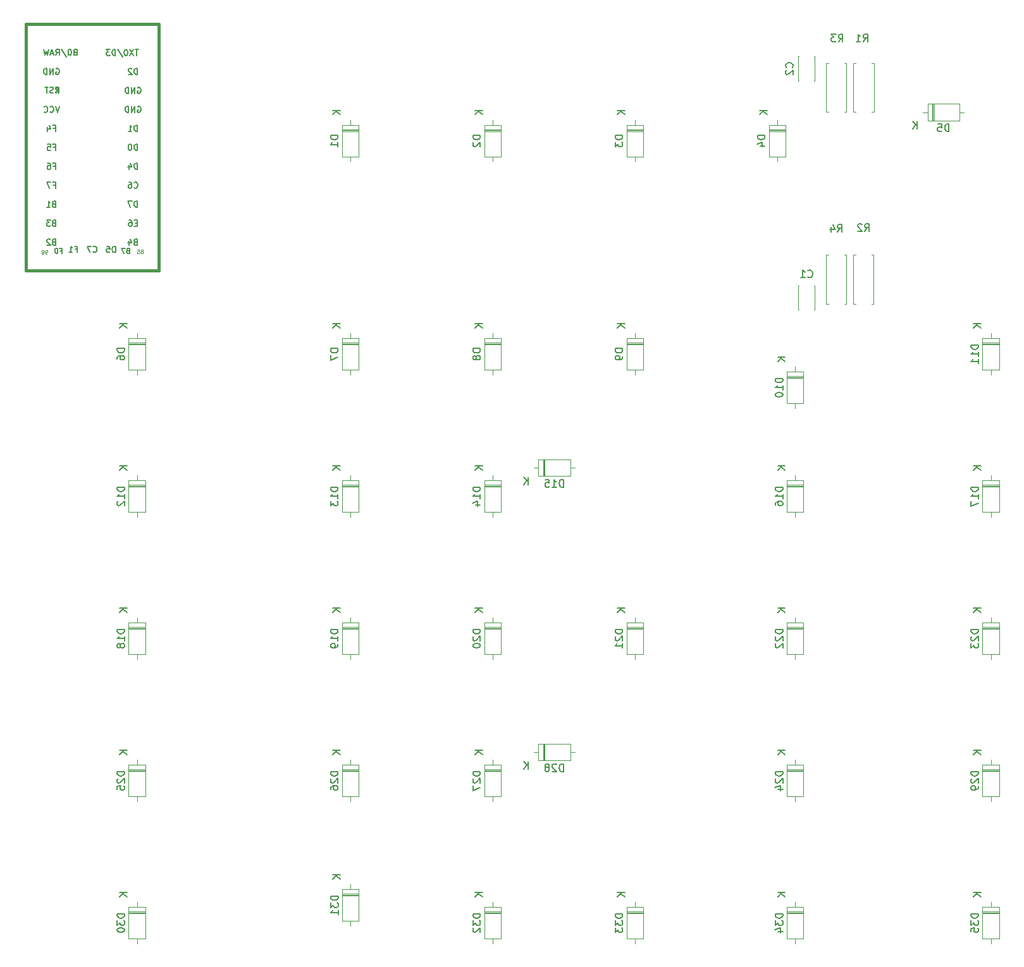
<source format=gbr>
G04 #@! TF.GenerationSoftware,KiCad,Pcbnew,(5.99.0-8951-g09be44a352)*
G04 #@! TF.CreationDate,2021-02-10T23:28:11+02:00*
G04 #@! TF.ProjectId,OsseyPad,4f737365-7950-4616-942e-6b696361645f,rev?*
G04 #@! TF.SameCoordinates,Original*
G04 #@! TF.FileFunction,Legend,Bot*
G04 #@! TF.FilePolarity,Positive*
%FSLAX46Y46*%
G04 Gerber Fmt 4.6, Leading zero omitted, Abs format (unit mm)*
G04 Created by KiCad (PCBNEW (5.99.0-8951-g09be44a352)) date 2021-02-10 23:28:11*
%MOMM*%
%LPD*%
G01*
G04 APERTURE LIST*
%ADD10C,0.150000*%
%ADD11C,0.125000*%
%ADD12C,0.120000*%
%ADD13C,0.381000*%
G04 APERTURE END LIST*
D10*
X201726666Y-107767142D02*
X201774285Y-107814761D01*
X201917142Y-107862380D01*
X202012380Y-107862380D01*
X202155238Y-107814761D01*
X202250476Y-107719523D01*
X202298095Y-107624285D01*
X202345714Y-107433809D01*
X202345714Y-107290952D01*
X202298095Y-107100476D01*
X202250476Y-107005238D01*
X202155238Y-106910000D01*
X202012380Y-106862380D01*
X201917142Y-106862380D01*
X201774285Y-106910000D01*
X201726666Y-106957619D01*
X200774285Y-107862380D02*
X201345714Y-107862380D01*
X201060000Y-107862380D02*
X201060000Y-106862380D01*
X201155238Y-107005238D01*
X201250476Y-107100476D01*
X201345714Y-107148095D01*
X199637142Y-79713333D02*
X199684761Y-79665714D01*
X199732380Y-79522857D01*
X199732380Y-79427619D01*
X199684761Y-79284761D01*
X199589523Y-79189523D01*
X199494285Y-79141904D01*
X199303809Y-79094285D01*
X199160952Y-79094285D01*
X198970476Y-79141904D01*
X198875238Y-79189523D01*
X198780000Y-79284761D01*
X198732380Y-79427619D01*
X198732380Y-79522857D01*
X198780000Y-79665714D01*
X198827619Y-79713333D01*
X198827619Y-80094285D02*
X198780000Y-80141904D01*
X198732380Y-80237142D01*
X198732380Y-80475238D01*
X198780000Y-80570476D01*
X198827619Y-80618095D01*
X198922857Y-80665714D01*
X199018095Y-80665714D01*
X199160952Y-80618095D01*
X199732380Y-80046666D01*
X199732380Y-80665714D01*
X138826130Y-88796904D02*
X137826130Y-88796904D01*
X137826130Y-89035000D01*
X137873750Y-89177857D01*
X137968988Y-89273095D01*
X138064226Y-89320714D01*
X138254702Y-89368333D01*
X138397559Y-89368333D01*
X138588035Y-89320714D01*
X138683273Y-89273095D01*
X138778511Y-89177857D01*
X138826130Y-89035000D01*
X138826130Y-88796904D01*
X138826130Y-90320714D02*
X138826130Y-89749285D01*
X138826130Y-90035000D02*
X137826130Y-90035000D01*
X137968988Y-89939761D01*
X138064226Y-89844523D01*
X138111845Y-89749285D01*
X139146130Y-85463095D02*
X138146130Y-85463095D01*
X139146130Y-86034523D02*
X138574702Y-85605952D01*
X138146130Y-86034523D02*
X138717559Y-85463095D01*
X157876130Y-88796904D02*
X156876130Y-88796904D01*
X156876130Y-89035000D01*
X156923750Y-89177857D01*
X157018988Y-89273095D01*
X157114226Y-89320714D01*
X157304702Y-89368333D01*
X157447559Y-89368333D01*
X157638035Y-89320714D01*
X157733273Y-89273095D01*
X157828511Y-89177857D01*
X157876130Y-89035000D01*
X157876130Y-88796904D01*
X156971369Y-89749285D02*
X156923750Y-89796904D01*
X156876130Y-89892142D01*
X156876130Y-90130238D01*
X156923750Y-90225476D01*
X156971369Y-90273095D01*
X157066607Y-90320714D01*
X157161845Y-90320714D01*
X157304702Y-90273095D01*
X157876130Y-89701666D01*
X157876130Y-90320714D01*
X158196130Y-85463095D02*
X157196130Y-85463095D01*
X158196130Y-86034523D02*
X157624702Y-85605952D01*
X157196130Y-86034523D02*
X157767559Y-85463095D01*
X176926130Y-88796904D02*
X175926130Y-88796904D01*
X175926130Y-89035000D01*
X175973750Y-89177857D01*
X176068988Y-89273095D01*
X176164226Y-89320714D01*
X176354702Y-89368333D01*
X176497559Y-89368333D01*
X176688035Y-89320714D01*
X176783273Y-89273095D01*
X176878511Y-89177857D01*
X176926130Y-89035000D01*
X176926130Y-88796904D01*
X175926130Y-89701666D02*
X175926130Y-90320714D01*
X176307083Y-89987380D01*
X176307083Y-90130238D01*
X176354702Y-90225476D01*
X176402321Y-90273095D01*
X176497559Y-90320714D01*
X176735654Y-90320714D01*
X176830892Y-90273095D01*
X176878511Y-90225476D01*
X176926130Y-90130238D01*
X176926130Y-89844523D01*
X176878511Y-89749285D01*
X176830892Y-89701666D01*
X177246130Y-85463095D02*
X176246130Y-85463095D01*
X177246130Y-86034523D02*
X176674702Y-85605952D01*
X176246130Y-86034523D02*
X176817559Y-85463095D01*
X195976130Y-88796904D02*
X194976130Y-88796904D01*
X194976130Y-89035000D01*
X195023750Y-89177857D01*
X195118988Y-89273095D01*
X195214226Y-89320714D01*
X195404702Y-89368333D01*
X195547559Y-89368333D01*
X195738035Y-89320714D01*
X195833273Y-89273095D01*
X195928511Y-89177857D01*
X195976130Y-89035000D01*
X195976130Y-88796904D01*
X195309464Y-90225476D02*
X195976130Y-90225476D01*
X194928511Y-89987380D02*
X195642797Y-89749285D01*
X195642797Y-90368333D01*
X196296130Y-85463095D02*
X195296130Y-85463095D01*
X196296130Y-86034523D02*
X195724702Y-85605952D01*
X195296130Y-86034523D02*
X195867559Y-85463095D01*
X220618095Y-88297380D02*
X220618095Y-87297380D01*
X220380000Y-87297380D01*
X220237142Y-87345000D01*
X220141904Y-87440238D01*
X220094285Y-87535476D01*
X220046666Y-87725952D01*
X220046666Y-87868809D01*
X220094285Y-88059285D01*
X220141904Y-88154523D01*
X220237142Y-88249761D01*
X220380000Y-88297380D01*
X220618095Y-88297380D01*
X219141904Y-87297380D02*
X219618095Y-87297380D01*
X219665714Y-87773571D01*
X219618095Y-87725952D01*
X219522857Y-87678333D01*
X219284761Y-87678333D01*
X219189523Y-87725952D01*
X219141904Y-87773571D01*
X219094285Y-87868809D01*
X219094285Y-88106904D01*
X219141904Y-88202142D01*
X219189523Y-88249761D01*
X219284761Y-88297380D01*
X219522857Y-88297380D01*
X219618095Y-88249761D01*
X219665714Y-88202142D01*
X216331904Y-87977380D02*
X216331904Y-86977380D01*
X215760476Y-87977380D02*
X216189047Y-87405952D01*
X215760476Y-86977380D02*
X216331904Y-87548809D01*
X110251130Y-117371904D02*
X109251130Y-117371904D01*
X109251130Y-117610000D01*
X109298750Y-117752857D01*
X109393988Y-117848095D01*
X109489226Y-117895714D01*
X109679702Y-117943333D01*
X109822559Y-117943333D01*
X110013035Y-117895714D01*
X110108273Y-117848095D01*
X110203511Y-117752857D01*
X110251130Y-117610000D01*
X110251130Y-117371904D01*
X109251130Y-118800476D02*
X109251130Y-118610000D01*
X109298750Y-118514761D01*
X109346369Y-118467142D01*
X109489226Y-118371904D01*
X109679702Y-118324285D01*
X110060654Y-118324285D01*
X110155892Y-118371904D01*
X110203511Y-118419523D01*
X110251130Y-118514761D01*
X110251130Y-118705238D01*
X110203511Y-118800476D01*
X110155892Y-118848095D01*
X110060654Y-118895714D01*
X109822559Y-118895714D01*
X109727321Y-118848095D01*
X109679702Y-118800476D01*
X109632083Y-118705238D01*
X109632083Y-118514761D01*
X109679702Y-118419523D01*
X109727321Y-118371904D01*
X109822559Y-118324285D01*
X110571130Y-114038095D02*
X109571130Y-114038095D01*
X110571130Y-114609523D02*
X109999702Y-114180952D01*
X109571130Y-114609523D02*
X110142559Y-114038095D01*
X138826130Y-117371904D02*
X137826130Y-117371904D01*
X137826130Y-117610000D01*
X137873750Y-117752857D01*
X137968988Y-117848095D01*
X138064226Y-117895714D01*
X138254702Y-117943333D01*
X138397559Y-117943333D01*
X138588035Y-117895714D01*
X138683273Y-117848095D01*
X138778511Y-117752857D01*
X138826130Y-117610000D01*
X138826130Y-117371904D01*
X137826130Y-118276666D02*
X137826130Y-118943333D01*
X138826130Y-118514761D01*
X139146130Y-114038095D02*
X138146130Y-114038095D01*
X139146130Y-114609523D02*
X138574702Y-114180952D01*
X138146130Y-114609523D02*
X138717559Y-114038095D01*
X157876130Y-117371904D02*
X156876130Y-117371904D01*
X156876130Y-117610000D01*
X156923750Y-117752857D01*
X157018988Y-117848095D01*
X157114226Y-117895714D01*
X157304702Y-117943333D01*
X157447559Y-117943333D01*
X157638035Y-117895714D01*
X157733273Y-117848095D01*
X157828511Y-117752857D01*
X157876130Y-117610000D01*
X157876130Y-117371904D01*
X157304702Y-118514761D02*
X157257083Y-118419523D01*
X157209464Y-118371904D01*
X157114226Y-118324285D01*
X157066607Y-118324285D01*
X156971369Y-118371904D01*
X156923750Y-118419523D01*
X156876130Y-118514761D01*
X156876130Y-118705238D01*
X156923750Y-118800476D01*
X156971369Y-118848095D01*
X157066607Y-118895714D01*
X157114226Y-118895714D01*
X157209464Y-118848095D01*
X157257083Y-118800476D01*
X157304702Y-118705238D01*
X157304702Y-118514761D01*
X157352321Y-118419523D01*
X157399940Y-118371904D01*
X157495178Y-118324285D01*
X157685654Y-118324285D01*
X157780892Y-118371904D01*
X157828511Y-118419523D01*
X157876130Y-118514761D01*
X157876130Y-118705238D01*
X157828511Y-118800476D01*
X157780892Y-118848095D01*
X157685654Y-118895714D01*
X157495178Y-118895714D01*
X157399940Y-118848095D01*
X157352321Y-118800476D01*
X157304702Y-118705238D01*
X158196130Y-114038095D02*
X157196130Y-114038095D01*
X158196130Y-114609523D02*
X157624702Y-114180952D01*
X157196130Y-114609523D02*
X157767559Y-114038095D01*
X176926130Y-117371904D02*
X175926130Y-117371904D01*
X175926130Y-117610000D01*
X175973750Y-117752857D01*
X176068988Y-117848095D01*
X176164226Y-117895714D01*
X176354702Y-117943333D01*
X176497559Y-117943333D01*
X176688035Y-117895714D01*
X176783273Y-117848095D01*
X176878511Y-117752857D01*
X176926130Y-117610000D01*
X176926130Y-117371904D01*
X176926130Y-118419523D02*
X176926130Y-118610000D01*
X176878511Y-118705238D01*
X176830892Y-118752857D01*
X176688035Y-118848095D01*
X176497559Y-118895714D01*
X176116607Y-118895714D01*
X176021369Y-118848095D01*
X175973750Y-118800476D01*
X175926130Y-118705238D01*
X175926130Y-118514761D01*
X175973750Y-118419523D01*
X176021369Y-118371904D01*
X176116607Y-118324285D01*
X176354702Y-118324285D01*
X176449940Y-118371904D01*
X176497559Y-118419523D01*
X176545178Y-118514761D01*
X176545178Y-118705238D01*
X176497559Y-118800476D01*
X176449940Y-118848095D01*
X176354702Y-118895714D01*
X177246130Y-114038095D02*
X176246130Y-114038095D01*
X177246130Y-114609523D02*
X176674702Y-114180952D01*
X176246130Y-114609523D02*
X176817559Y-114038095D01*
X198357380Y-121375714D02*
X197357380Y-121375714D01*
X197357380Y-121613809D01*
X197405000Y-121756666D01*
X197500238Y-121851904D01*
X197595476Y-121899523D01*
X197785952Y-121947142D01*
X197928809Y-121947142D01*
X198119285Y-121899523D01*
X198214523Y-121851904D01*
X198309761Y-121756666D01*
X198357380Y-121613809D01*
X198357380Y-121375714D01*
X198357380Y-122899523D02*
X198357380Y-122328095D01*
X198357380Y-122613809D02*
X197357380Y-122613809D01*
X197500238Y-122518571D01*
X197595476Y-122423333D01*
X197643095Y-122328095D01*
X197357380Y-123518571D02*
X197357380Y-123613809D01*
X197405000Y-123709047D01*
X197452619Y-123756666D01*
X197547857Y-123804285D01*
X197738333Y-123851904D01*
X197976428Y-123851904D01*
X198166904Y-123804285D01*
X198262142Y-123756666D01*
X198309761Y-123709047D01*
X198357380Y-123613809D01*
X198357380Y-123518571D01*
X198309761Y-123423333D01*
X198262142Y-123375714D01*
X198166904Y-123328095D01*
X197976428Y-123280476D01*
X197738333Y-123280476D01*
X197547857Y-123328095D01*
X197452619Y-123375714D01*
X197405000Y-123423333D01*
X197357380Y-123518571D01*
X198677380Y-118518095D02*
X197677380Y-118518095D01*
X198677380Y-119089523D02*
X198105952Y-118660952D01*
X197677380Y-119089523D02*
X198248809Y-118518095D01*
X224551130Y-116895714D02*
X223551130Y-116895714D01*
X223551130Y-117133809D01*
X223598750Y-117276666D01*
X223693988Y-117371904D01*
X223789226Y-117419523D01*
X223979702Y-117467142D01*
X224122559Y-117467142D01*
X224313035Y-117419523D01*
X224408273Y-117371904D01*
X224503511Y-117276666D01*
X224551130Y-117133809D01*
X224551130Y-116895714D01*
X224551130Y-118419523D02*
X224551130Y-117848095D01*
X224551130Y-118133809D02*
X223551130Y-118133809D01*
X223693988Y-118038571D01*
X223789226Y-117943333D01*
X223836845Y-117848095D01*
X224551130Y-119371904D02*
X224551130Y-118800476D01*
X224551130Y-119086190D02*
X223551130Y-119086190D01*
X223693988Y-118990952D01*
X223789226Y-118895714D01*
X223836845Y-118800476D01*
X224871130Y-114038095D02*
X223871130Y-114038095D01*
X224871130Y-114609523D02*
X224299702Y-114180952D01*
X223871130Y-114609523D02*
X224442559Y-114038095D01*
X110251130Y-135945714D02*
X109251130Y-135945714D01*
X109251130Y-136183809D01*
X109298750Y-136326666D01*
X109393988Y-136421904D01*
X109489226Y-136469523D01*
X109679702Y-136517142D01*
X109822559Y-136517142D01*
X110013035Y-136469523D01*
X110108273Y-136421904D01*
X110203511Y-136326666D01*
X110251130Y-136183809D01*
X110251130Y-135945714D01*
X110251130Y-137469523D02*
X110251130Y-136898095D01*
X110251130Y-137183809D02*
X109251130Y-137183809D01*
X109393988Y-137088571D01*
X109489226Y-136993333D01*
X109536845Y-136898095D01*
X109346369Y-137850476D02*
X109298750Y-137898095D01*
X109251130Y-137993333D01*
X109251130Y-138231428D01*
X109298750Y-138326666D01*
X109346369Y-138374285D01*
X109441607Y-138421904D01*
X109536845Y-138421904D01*
X109679702Y-138374285D01*
X110251130Y-137802857D01*
X110251130Y-138421904D01*
X110571130Y-133088095D02*
X109571130Y-133088095D01*
X110571130Y-133659523D02*
X109999702Y-133230952D01*
X109571130Y-133659523D02*
X110142559Y-133088095D01*
X138826130Y-135945714D02*
X137826130Y-135945714D01*
X137826130Y-136183809D01*
X137873750Y-136326666D01*
X137968988Y-136421904D01*
X138064226Y-136469523D01*
X138254702Y-136517142D01*
X138397559Y-136517142D01*
X138588035Y-136469523D01*
X138683273Y-136421904D01*
X138778511Y-136326666D01*
X138826130Y-136183809D01*
X138826130Y-135945714D01*
X138826130Y-137469523D02*
X138826130Y-136898095D01*
X138826130Y-137183809D02*
X137826130Y-137183809D01*
X137968988Y-137088571D01*
X138064226Y-136993333D01*
X138111845Y-136898095D01*
X137826130Y-137802857D02*
X137826130Y-138421904D01*
X138207083Y-138088571D01*
X138207083Y-138231428D01*
X138254702Y-138326666D01*
X138302321Y-138374285D01*
X138397559Y-138421904D01*
X138635654Y-138421904D01*
X138730892Y-138374285D01*
X138778511Y-138326666D01*
X138826130Y-138231428D01*
X138826130Y-137945714D01*
X138778511Y-137850476D01*
X138730892Y-137802857D01*
X139146130Y-133088095D02*
X138146130Y-133088095D01*
X139146130Y-133659523D02*
X138574702Y-133230952D01*
X138146130Y-133659523D02*
X138717559Y-133088095D01*
X157876130Y-135945714D02*
X156876130Y-135945714D01*
X156876130Y-136183809D01*
X156923750Y-136326666D01*
X157018988Y-136421904D01*
X157114226Y-136469523D01*
X157304702Y-136517142D01*
X157447559Y-136517142D01*
X157638035Y-136469523D01*
X157733273Y-136421904D01*
X157828511Y-136326666D01*
X157876130Y-136183809D01*
X157876130Y-135945714D01*
X157876130Y-137469523D02*
X157876130Y-136898095D01*
X157876130Y-137183809D02*
X156876130Y-137183809D01*
X157018988Y-137088571D01*
X157114226Y-136993333D01*
X157161845Y-136898095D01*
X157209464Y-138326666D02*
X157876130Y-138326666D01*
X156828511Y-138088571D02*
X157542797Y-137850476D01*
X157542797Y-138469523D01*
X158196130Y-133088095D02*
X157196130Y-133088095D01*
X158196130Y-133659523D02*
X157624702Y-133230952D01*
X157196130Y-133659523D02*
X157767559Y-133088095D01*
X169004285Y-135922380D02*
X169004285Y-134922380D01*
X168766190Y-134922380D01*
X168623333Y-134970000D01*
X168528095Y-135065238D01*
X168480476Y-135160476D01*
X168432857Y-135350952D01*
X168432857Y-135493809D01*
X168480476Y-135684285D01*
X168528095Y-135779523D01*
X168623333Y-135874761D01*
X168766190Y-135922380D01*
X169004285Y-135922380D01*
X167480476Y-135922380D02*
X168051904Y-135922380D01*
X167766190Y-135922380D02*
X167766190Y-134922380D01*
X167861428Y-135065238D01*
X167956666Y-135160476D01*
X168051904Y-135208095D01*
X166575714Y-134922380D02*
X167051904Y-134922380D01*
X167099523Y-135398571D01*
X167051904Y-135350952D01*
X166956666Y-135303333D01*
X166718571Y-135303333D01*
X166623333Y-135350952D01*
X166575714Y-135398571D01*
X166528095Y-135493809D01*
X166528095Y-135731904D01*
X166575714Y-135827142D01*
X166623333Y-135874761D01*
X166718571Y-135922380D01*
X166956666Y-135922380D01*
X167051904Y-135874761D01*
X167099523Y-135827142D01*
X164241904Y-135602380D02*
X164241904Y-134602380D01*
X163670476Y-135602380D02*
X164099047Y-135030952D01*
X163670476Y-134602380D02*
X164241904Y-135173809D01*
X198357380Y-135945714D02*
X197357380Y-135945714D01*
X197357380Y-136183809D01*
X197405000Y-136326666D01*
X197500238Y-136421904D01*
X197595476Y-136469523D01*
X197785952Y-136517142D01*
X197928809Y-136517142D01*
X198119285Y-136469523D01*
X198214523Y-136421904D01*
X198309761Y-136326666D01*
X198357380Y-136183809D01*
X198357380Y-135945714D01*
X198357380Y-137469523D02*
X198357380Y-136898095D01*
X198357380Y-137183809D02*
X197357380Y-137183809D01*
X197500238Y-137088571D01*
X197595476Y-136993333D01*
X197643095Y-136898095D01*
X197357380Y-138326666D02*
X197357380Y-138136190D01*
X197405000Y-138040952D01*
X197452619Y-137993333D01*
X197595476Y-137898095D01*
X197785952Y-137850476D01*
X198166904Y-137850476D01*
X198262142Y-137898095D01*
X198309761Y-137945714D01*
X198357380Y-138040952D01*
X198357380Y-138231428D01*
X198309761Y-138326666D01*
X198262142Y-138374285D01*
X198166904Y-138421904D01*
X197928809Y-138421904D01*
X197833571Y-138374285D01*
X197785952Y-138326666D01*
X197738333Y-138231428D01*
X197738333Y-138040952D01*
X197785952Y-137945714D01*
X197833571Y-137898095D01*
X197928809Y-137850476D01*
X198677380Y-133088095D02*
X197677380Y-133088095D01*
X198677380Y-133659523D02*
X198105952Y-133230952D01*
X197677380Y-133659523D02*
X198248809Y-133088095D01*
X224551130Y-135945714D02*
X223551130Y-135945714D01*
X223551130Y-136183809D01*
X223598750Y-136326666D01*
X223693988Y-136421904D01*
X223789226Y-136469523D01*
X223979702Y-136517142D01*
X224122559Y-136517142D01*
X224313035Y-136469523D01*
X224408273Y-136421904D01*
X224503511Y-136326666D01*
X224551130Y-136183809D01*
X224551130Y-135945714D01*
X224551130Y-137469523D02*
X224551130Y-136898095D01*
X224551130Y-137183809D02*
X223551130Y-137183809D01*
X223693988Y-137088571D01*
X223789226Y-136993333D01*
X223836845Y-136898095D01*
X223551130Y-137802857D02*
X223551130Y-138469523D01*
X224551130Y-138040952D01*
X224871130Y-133088095D02*
X223871130Y-133088095D01*
X224871130Y-133659523D02*
X224299702Y-133230952D01*
X223871130Y-133659523D02*
X224442559Y-133088095D01*
X110251130Y-154995714D02*
X109251130Y-154995714D01*
X109251130Y-155233809D01*
X109298750Y-155376666D01*
X109393988Y-155471904D01*
X109489226Y-155519523D01*
X109679702Y-155567142D01*
X109822559Y-155567142D01*
X110013035Y-155519523D01*
X110108273Y-155471904D01*
X110203511Y-155376666D01*
X110251130Y-155233809D01*
X110251130Y-154995714D01*
X110251130Y-156519523D02*
X110251130Y-155948095D01*
X110251130Y-156233809D02*
X109251130Y-156233809D01*
X109393988Y-156138571D01*
X109489226Y-156043333D01*
X109536845Y-155948095D01*
X109679702Y-157090952D02*
X109632083Y-156995714D01*
X109584464Y-156948095D01*
X109489226Y-156900476D01*
X109441607Y-156900476D01*
X109346369Y-156948095D01*
X109298750Y-156995714D01*
X109251130Y-157090952D01*
X109251130Y-157281428D01*
X109298750Y-157376666D01*
X109346369Y-157424285D01*
X109441607Y-157471904D01*
X109489226Y-157471904D01*
X109584464Y-157424285D01*
X109632083Y-157376666D01*
X109679702Y-157281428D01*
X109679702Y-157090952D01*
X109727321Y-156995714D01*
X109774940Y-156948095D01*
X109870178Y-156900476D01*
X110060654Y-156900476D01*
X110155892Y-156948095D01*
X110203511Y-156995714D01*
X110251130Y-157090952D01*
X110251130Y-157281428D01*
X110203511Y-157376666D01*
X110155892Y-157424285D01*
X110060654Y-157471904D01*
X109870178Y-157471904D01*
X109774940Y-157424285D01*
X109727321Y-157376666D01*
X109679702Y-157281428D01*
X110571130Y-152138095D02*
X109571130Y-152138095D01*
X110571130Y-152709523D02*
X109999702Y-152280952D01*
X109571130Y-152709523D02*
X110142559Y-152138095D01*
X138826130Y-154995714D02*
X137826130Y-154995714D01*
X137826130Y-155233809D01*
X137873750Y-155376666D01*
X137968988Y-155471904D01*
X138064226Y-155519523D01*
X138254702Y-155567142D01*
X138397559Y-155567142D01*
X138588035Y-155519523D01*
X138683273Y-155471904D01*
X138778511Y-155376666D01*
X138826130Y-155233809D01*
X138826130Y-154995714D01*
X138826130Y-156519523D02*
X138826130Y-155948095D01*
X138826130Y-156233809D02*
X137826130Y-156233809D01*
X137968988Y-156138571D01*
X138064226Y-156043333D01*
X138111845Y-155948095D01*
X138826130Y-156995714D02*
X138826130Y-157186190D01*
X138778511Y-157281428D01*
X138730892Y-157329047D01*
X138588035Y-157424285D01*
X138397559Y-157471904D01*
X138016607Y-157471904D01*
X137921369Y-157424285D01*
X137873750Y-157376666D01*
X137826130Y-157281428D01*
X137826130Y-157090952D01*
X137873750Y-156995714D01*
X137921369Y-156948095D01*
X138016607Y-156900476D01*
X138254702Y-156900476D01*
X138349940Y-156948095D01*
X138397559Y-156995714D01*
X138445178Y-157090952D01*
X138445178Y-157281428D01*
X138397559Y-157376666D01*
X138349940Y-157424285D01*
X138254702Y-157471904D01*
X139146130Y-152138095D02*
X138146130Y-152138095D01*
X139146130Y-152709523D02*
X138574702Y-152280952D01*
X138146130Y-152709523D02*
X138717559Y-152138095D01*
X157876130Y-154995714D02*
X156876130Y-154995714D01*
X156876130Y-155233809D01*
X156923750Y-155376666D01*
X157018988Y-155471904D01*
X157114226Y-155519523D01*
X157304702Y-155567142D01*
X157447559Y-155567142D01*
X157638035Y-155519523D01*
X157733273Y-155471904D01*
X157828511Y-155376666D01*
X157876130Y-155233809D01*
X157876130Y-154995714D01*
X156971369Y-155948095D02*
X156923750Y-155995714D01*
X156876130Y-156090952D01*
X156876130Y-156329047D01*
X156923750Y-156424285D01*
X156971369Y-156471904D01*
X157066607Y-156519523D01*
X157161845Y-156519523D01*
X157304702Y-156471904D01*
X157876130Y-155900476D01*
X157876130Y-156519523D01*
X156876130Y-157138571D02*
X156876130Y-157233809D01*
X156923750Y-157329047D01*
X156971369Y-157376666D01*
X157066607Y-157424285D01*
X157257083Y-157471904D01*
X157495178Y-157471904D01*
X157685654Y-157424285D01*
X157780892Y-157376666D01*
X157828511Y-157329047D01*
X157876130Y-157233809D01*
X157876130Y-157138571D01*
X157828511Y-157043333D01*
X157780892Y-156995714D01*
X157685654Y-156948095D01*
X157495178Y-156900476D01*
X157257083Y-156900476D01*
X157066607Y-156948095D01*
X156971369Y-156995714D01*
X156923750Y-157043333D01*
X156876130Y-157138571D01*
X158196130Y-152138095D02*
X157196130Y-152138095D01*
X158196130Y-152709523D02*
X157624702Y-152280952D01*
X157196130Y-152709523D02*
X157767559Y-152138095D01*
X176926130Y-154995714D02*
X175926130Y-154995714D01*
X175926130Y-155233809D01*
X175973750Y-155376666D01*
X176068988Y-155471904D01*
X176164226Y-155519523D01*
X176354702Y-155567142D01*
X176497559Y-155567142D01*
X176688035Y-155519523D01*
X176783273Y-155471904D01*
X176878511Y-155376666D01*
X176926130Y-155233809D01*
X176926130Y-154995714D01*
X176021369Y-155948095D02*
X175973750Y-155995714D01*
X175926130Y-156090952D01*
X175926130Y-156329047D01*
X175973750Y-156424285D01*
X176021369Y-156471904D01*
X176116607Y-156519523D01*
X176211845Y-156519523D01*
X176354702Y-156471904D01*
X176926130Y-155900476D01*
X176926130Y-156519523D01*
X176926130Y-157471904D02*
X176926130Y-156900476D01*
X176926130Y-157186190D02*
X175926130Y-157186190D01*
X176068988Y-157090952D01*
X176164226Y-156995714D01*
X176211845Y-156900476D01*
X177246130Y-152138095D02*
X176246130Y-152138095D01*
X177246130Y-152709523D02*
X176674702Y-152280952D01*
X176246130Y-152709523D02*
X176817559Y-152138095D01*
X198357380Y-154995714D02*
X197357380Y-154995714D01*
X197357380Y-155233809D01*
X197405000Y-155376666D01*
X197500238Y-155471904D01*
X197595476Y-155519523D01*
X197785952Y-155567142D01*
X197928809Y-155567142D01*
X198119285Y-155519523D01*
X198214523Y-155471904D01*
X198309761Y-155376666D01*
X198357380Y-155233809D01*
X198357380Y-154995714D01*
X197452619Y-155948095D02*
X197405000Y-155995714D01*
X197357380Y-156090952D01*
X197357380Y-156329047D01*
X197405000Y-156424285D01*
X197452619Y-156471904D01*
X197547857Y-156519523D01*
X197643095Y-156519523D01*
X197785952Y-156471904D01*
X198357380Y-155900476D01*
X198357380Y-156519523D01*
X197452619Y-156900476D02*
X197405000Y-156948095D01*
X197357380Y-157043333D01*
X197357380Y-157281428D01*
X197405000Y-157376666D01*
X197452619Y-157424285D01*
X197547857Y-157471904D01*
X197643095Y-157471904D01*
X197785952Y-157424285D01*
X198357380Y-156852857D01*
X198357380Y-157471904D01*
X198677380Y-152138095D02*
X197677380Y-152138095D01*
X198677380Y-152709523D02*
X198105952Y-152280952D01*
X197677380Y-152709523D02*
X198248809Y-152138095D01*
X224551130Y-154995714D02*
X223551130Y-154995714D01*
X223551130Y-155233809D01*
X223598750Y-155376666D01*
X223693988Y-155471904D01*
X223789226Y-155519523D01*
X223979702Y-155567142D01*
X224122559Y-155567142D01*
X224313035Y-155519523D01*
X224408273Y-155471904D01*
X224503511Y-155376666D01*
X224551130Y-155233809D01*
X224551130Y-154995714D01*
X223646369Y-155948095D02*
X223598750Y-155995714D01*
X223551130Y-156090952D01*
X223551130Y-156329047D01*
X223598750Y-156424285D01*
X223646369Y-156471904D01*
X223741607Y-156519523D01*
X223836845Y-156519523D01*
X223979702Y-156471904D01*
X224551130Y-155900476D01*
X224551130Y-156519523D01*
X223551130Y-156852857D02*
X223551130Y-157471904D01*
X223932083Y-157138571D01*
X223932083Y-157281428D01*
X223979702Y-157376666D01*
X224027321Y-157424285D01*
X224122559Y-157471904D01*
X224360654Y-157471904D01*
X224455892Y-157424285D01*
X224503511Y-157376666D01*
X224551130Y-157281428D01*
X224551130Y-156995714D01*
X224503511Y-156900476D01*
X224455892Y-156852857D01*
X224871130Y-152138095D02*
X223871130Y-152138095D01*
X224871130Y-152709523D02*
X224299702Y-152280952D01*
X223871130Y-152709523D02*
X224442559Y-152138095D01*
X198357380Y-174045714D02*
X197357380Y-174045714D01*
X197357380Y-174283809D01*
X197405000Y-174426666D01*
X197500238Y-174521904D01*
X197595476Y-174569523D01*
X197785952Y-174617142D01*
X197928809Y-174617142D01*
X198119285Y-174569523D01*
X198214523Y-174521904D01*
X198309761Y-174426666D01*
X198357380Y-174283809D01*
X198357380Y-174045714D01*
X197452619Y-174998095D02*
X197405000Y-175045714D01*
X197357380Y-175140952D01*
X197357380Y-175379047D01*
X197405000Y-175474285D01*
X197452619Y-175521904D01*
X197547857Y-175569523D01*
X197643095Y-175569523D01*
X197785952Y-175521904D01*
X198357380Y-174950476D01*
X198357380Y-175569523D01*
X197690714Y-176426666D02*
X198357380Y-176426666D01*
X197309761Y-176188571D02*
X198024047Y-175950476D01*
X198024047Y-176569523D01*
X198677380Y-171188095D02*
X197677380Y-171188095D01*
X198677380Y-171759523D02*
X198105952Y-171330952D01*
X197677380Y-171759523D02*
X198248809Y-171188095D01*
X110251130Y-174045714D02*
X109251130Y-174045714D01*
X109251130Y-174283809D01*
X109298750Y-174426666D01*
X109393988Y-174521904D01*
X109489226Y-174569523D01*
X109679702Y-174617142D01*
X109822559Y-174617142D01*
X110013035Y-174569523D01*
X110108273Y-174521904D01*
X110203511Y-174426666D01*
X110251130Y-174283809D01*
X110251130Y-174045714D01*
X109346369Y-174998095D02*
X109298750Y-175045714D01*
X109251130Y-175140952D01*
X109251130Y-175379047D01*
X109298750Y-175474285D01*
X109346369Y-175521904D01*
X109441607Y-175569523D01*
X109536845Y-175569523D01*
X109679702Y-175521904D01*
X110251130Y-174950476D01*
X110251130Y-175569523D01*
X109251130Y-176474285D02*
X109251130Y-175998095D01*
X109727321Y-175950476D01*
X109679702Y-175998095D01*
X109632083Y-176093333D01*
X109632083Y-176331428D01*
X109679702Y-176426666D01*
X109727321Y-176474285D01*
X109822559Y-176521904D01*
X110060654Y-176521904D01*
X110155892Y-176474285D01*
X110203511Y-176426666D01*
X110251130Y-176331428D01*
X110251130Y-176093333D01*
X110203511Y-175998095D01*
X110155892Y-175950476D01*
X110571130Y-171188095D02*
X109571130Y-171188095D01*
X110571130Y-171759523D02*
X109999702Y-171330952D01*
X109571130Y-171759523D02*
X110142559Y-171188095D01*
X138826130Y-174045714D02*
X137826130Y-174045714D01*
X137826130Y-174283809D01*
X137873750Y-174426666D01*
X137968988Y-174521904D01*
X138064226Y-174569523D01*
X138254702Y-174617142D01*
X138397559Y-174617142D01*
X138588035Y-174569523D01*
X138683273Y-174521904D01*
X138778511Y-174426666D01*
X138826130Y-174283809D01*
X138826130Y-174045714D01*
X137921369Y-174998095D02*
X137873750Y-175045714D01*
X137826130Y-175140952D01*
X137826130Y-175379047D01*
X137873750Y-175474285D01*
X137921369Y-175521904D01*
X138016607Y-175569523D01*
X138111845Y-175569523D01*
X138254702Y-175521904D01*
X138826130Y-174950476D01*
X138826130Y-175569523D01*
X137826130Y-176426666D02*
X137826130Y-176236190D01*
X137873750Y-176140952D01*
X137921369Y-176093333D01*
X138064226Y-175998095D01*
X138254702Y-175950476D01*
X138635654Y-175950476D01*
X138730892Y-175998095D01*
X138778511Y-176045714D01*
X138826130Y-176140952D01*
X138826130Y-176331428D01*
X138778511Y-176426666D01*
X138730892Y-176474285D01*
X138635654Y-176521904D01*
X138397559Y-176521904D01*
X138302321Y-176474285D01*
X138254702Y-176426666D01*
X138207083Y-176331428D01*
X138207083Y-176140952D01*
X138254702Y-176045714D01*
X138302321Y-175998095D01*
X138397559Y-175950476D01*
X139146130Y-171188095D02*
X138146130Y-171188095D01*
X139146130Y-171759523D02*
X138574702Y-171330952D01*
X138146130Y-171759523D02*
X138717559Y-171188095D01*
X157876130Y-174045714D02*
X156876130Y-174045714D01*
X156876130Y-174283809D01*
X156923750Y-174426666D01*
X157018988Y-174521904D01*
X157114226Y-174569523D01*
X157304702Y-174617142D01*
X157447559Y-174617142D01*
X157638035Y-174569523D01*
X157733273Y-174521904D01*
X157828511Y-174426666D01*
X157876130Y-174283809D01*
X157876130Y-174045714D01*
X156971369Y-174998095D02*
X156923750Y-175045714D01*
X156876130Y-175140952D01*
X156876130Y-175379047D01*
X156923750Y-175474285D01*
X156971369Y-175521904D01*
X157066607Y-175569523D01*
X157161845Y-175569523D01*
X157304702Y-175521904D01*
X157876130Y-174950476D01*
X157876130Y-175569523D01*
X156876130Y-175902857D02*
X156876130Y-176569523D01*
X157876130Y-176140952D01*
X158196130Y-171188095D02*
X157196130Y-171188095D01*
X158196130Y-171759523D02*
X157624702Y-171330952D01*
X157196130Y-171759523D02*
X157767559Y-171188095D01*
X224551130Y-174045714D02*
X223551130Y-174045714D01*
X223551130Y-174283809D01*
X223598750Y-174426666D01*
X223693988Y-174521904D01*
X223789226Y-174569523D01*
X223979702Y-174617142D01*
X224122559Y-174617142D01*
X224313035Y-174569523D01*
X224408273Y-174521904D01*
X224503511Y-174426666D01*
X224551130Y-174283809D01*
X224551130Y-174045714D01*
X223646369Y-174998095D02*
X223598750Y-175045714D01*
X223551130Y-175140952D01*
X223551130Y-175379047D01*
X223598750Y-175474285D01*
X223646369Y-175521904D01*
X223741607Y-175569523D01*
X223836845Y-175569523D01*
X223979702Y-175521904D01*
X224551130Y-174950476D01*
X224551130Y-175569523D01*
X224551130Y-176045714D02*
X224551130Y-176236190D01*
X224503511Y-176331428D01*
X224455892Y-176379047D01*
X224313035Y-176474285D01*
X224122559Y-176521904D01*
X223741607Y-176521904D01*
X223646369Y-176474285D01*
X223598750Y-176426666D01*
X223551130Y-176331428D01*
X223551130Y-176140952D01*
X223598750Y-176045714D01*
X223646369Y-175998095D01*
X223741607Y-175950476D01*
X223979702Y-175950476D01*
X224074940Y-175998095D01*
X224122559Y-176045714D01*
X224170178Y-176140952D01*
X224170178Y-176331428D01*
X224122559Y-176426666D01*
X224074940Y-176474285D01*
X223979702Y-176521904D01*
X224871130Y-171188095D02*
X223871130Y-171188095D01*
X224871130Y-171759523D02*
X224299702Y-171330952D01*
X223871130Y-171759523D02*
X224442559Y-171188095D01*
X110251130Y-193095714D02*
X109251130Y-193095714D01*
X109251130Y-193333809D01*
X109298750Y-193476666D01*
X109393988Y-193571904D01*
X109489226Y-193619523D01*
X109679702Y-193667142D01*
X109822559Y-193667142D01*
X110013035Y-193619523D01*
X110108273Y-193571904D01*
X110203511Y-193476666D01*
X110251130Y-193333809D01*
X110251130Y-193095714D01*
X109251130Y-194000476D02*
X109251130Y-194619523D01*
X109632083Y-194286190D01*
X109632083Y-194429047D01*
X109679702Y-194524285D01*
X109727321Y-194571904D01*
X109822559Y-194619523D01*
X110060654Y-194619523D01*
X110155892Y-194571904D01*
X110203511Y-194524285D01*
X110251130Y-194429047D01*
X110251130Y-194143333D01*
X110203511Y-194048095D01*
X110155892Y-194000476D01*
X109251130Y-195238571D02*
X109251130Y-195333809D01*
X109298750Y-195429047D01*
X109346369Y-195476666D01*
X109441607Y-195524285D01*
X109632083Y-195571904D01*
X109870178Y-195571904D01*
X110060654Y-195524285D01*
X110155892Y-195476666D01*
X110203511Y-195429047D01*
X110251130Y-195333809D01*
X110251130Y-195238571D01*
X110203511Y-195143333D01*
X110155892Y-195095714D01*
X110060654Y-195048095D01*
X109870178Y-195000476D01*
X109632083Y-195000476D01*
X109441607Y-195048095D01*
X109346369Y-195095714D01*
X109298750Y-195143333D01*
X109251130Y-195238571D01*
X110571130Y-190238095D02*
X109571130Y-190238095D01*
X110571130Y-190809523D02*
X109999702Y-190380952D01*
X109571130Y-190809523D02*
X110142559Y-190238095D01*
X138832380Y-190720714D02*
X137832380Y-190720714D01*
X137832380Y-190958809D01*
X137880000Y-191101666D01*
X137975238Y-191196904D01*
X138070476Y-191244523D01*
X138260952Y-191292142D01*
X138403809Y-191292142D01*
X138594285Y-191244523D01*
X138689523Y-191196904D01*
X138784761Y-191101666D01*
X138832380Y-190958809D01*
X138832380Y-190720714D01*
X137832380Y-191625476D02*
X137832380Y-192244523D01*
X138213333Y-191911190D01*
X138213333Y-192054047D01*
X138260952Y-192149285D01*
X138308571Y-192196904D01*
X138403809Y-192244523D01*
X138641904Y-192244523D01*
X138737142Y-192196904D01*
X138784761Y-192149285D01*
X138832380Y-192054047D01*
X138832380Y-191768333D01*
X138784761Y-191673095D01*
X138737142Y-191625476D01*
X138832380Y-193196904D02*
X138832380Y-192625476D01*
X138832380Y-192911190D02*
X137832380Y-192911190D01*
X137975238Y-192815952D01*
X138070476Y-192720714D01*
X138118095Y-192625476D01*
X139152380Y-187863095D02*
X138152380Y-187863095D01*
X139152380Y-188434523D02*
X138580952Y-188005952D01*
X138152380Y-188434523D02*
X138723809Y-187863095D01*
X157876130Y-193095714D02*
X156876130Y-193095714D01*
X156876130Y-193333809D01*
X156923750Y-193476666D01*
X157018988Y-193571904D01*
X157114226Y-193619523D01*
X157304702Y-193667142D01*
X157447559Y-193667142D01*
X157638035Y-193619523D01*
X157733273Y-193571904D01*
X157828511Y-193476666D01*
X157876130Y-193333809D01*
X157876130Y-193095714D01*
X156876130Y-194000476D02*
X156876130Y-194619523D01*
X157257083Y-194286190D01*
X157257083Y-194429047D01*
X157304702Y-194524285D01*
X157352321Y-194571904D01*
X157447559Y-194619523D01*
X157685654Y-194619523D01*
X157780892Y-194571904D01*
X157828511Y-194524285D01*
X157876130Y-194429047D01*
X157876130Y-194143333D01*
X157828511Y-194048095D01*
X157780892Y-194000476D01*
X156971369Y-195000476D02*
X156923750Y-195048095D01*
X156876130Y-195143333D01*
X156876130Y-195381428D01*
X156923750Y-195476666D01*
X156971369Y-195524285D01*
X157066607Y-195571904D01*
X157161845Y-195571904D01*
X157304702Y-195524285D01*
X157876130Y-194952857D01*
X157876130Y-195571904D01*
X158196130Y-190238095D02*
X157196130Y-190238095D01*
X158196130Y-190809523D02*
X157624702Y-190380952D01*
X157196130Y-190809523D02*
X157767559Y-190238095D01*
X176926130Y-193095714D02*
X175926130Y-193095714D01*
X175926130Y-193333809D01*
X175973750Y-193476666D01*
X176068988Y-193571904D01*
X176164226Y-193619523D01*
X176354702Y-193667142D01*
X176497559Y-193667142D01*
X176688035Y-193619523D01*
X176783273Y-193571904D01*
X176878511Y-193476666D01*
X176926130Y-193333809D01*
X176926130Y-193095714D01*
X175926130Y-194000476D02*
X175926130Y-194619523D01*
X176307083Y-194286190D01*
X176307083Y-194429047D01*
X176354702Y-194524285D01*
X176402321Y-194571904D01*
X176497559Y-194619523D01*
X176735654Y-194619523D01*
X176830892Y-194571904D01*
X176878511Y-194524285D01*
X176926130Y-194429047D01*
X176926130Y-194143333D01*
X176878511Y-194048095D01*
X176830892Y-194000476D01*
X175926130Y-194952857D02*
X175926130Y-195571904D01*
X176307083Y-195238571D01*
X176307083Y-195381428D01*
X176354702Y-195476666D01*
X176402321Y-195524285D01*
X176497559Y-195571904D01*
X176735654Y-195571904D01*
X176830892Y-195524285D01*
X176878511Y-195476666D01*
X176926130Y-195381428D01*
X176926130Y-195095714D01*
X176878511Y-195000476D01*
X176830892Y-194952857D01*
X177246130Y-190238095D02*
X176246130Y-190238095D01*
X177246130Y-190809523D02*
X176674702Y-190380952D01*
X176246130Y-190809523D02*
X176817559Y-190238095D01*
X198357380Y-193095714D02*
X197357380Y-193095714D01*
X197357380Y-193333809D01*
X197405000Y-193476666D01*
X197500238Y-193571904D01*
X197595476Y-193619523D01*
X197785952Y-193667142D01*
X197928809Y-193667142D01*
X198119285Y-193619523D01*
X198214523Y-193571904D01*
X198309761Y-193476666D01*
X198357380Y-193333809D01*
X198357380Y-193095714D01*
X197357380Y-194000476D02*
X197357380Y-194619523D01*
X197738333Y-194286190D01*
X197738333Y-194429047D01*
X197785952Y-194524285D01*
X197833571Y-194571904D01*
X197928809Y-194619523D01*
X198166904Y-194619523D01*
X198262142Y-194571904D01*
X198309761Y-194524285D01*
X198357380Y-194429047D01*
X198357380Y-194143333D01*
X198309761Y-194048095D01*
X198262142Y-194000476D01*
X197690714Y-195476666D02*
X198357380Y-195476666D01*
X197309761Y-195238571D02*
X198024047Y-195000476D01*
X198024047Y-195619523D01*
X198677380Y-190238095D02*
X197677380Y-190238095D01*
X198677380Y-190809523D02*
X198105952Y-190380952D01*
X197677380Y-190809523D02*
X198248809Y-190238095D01*
X224551130Y-193095714D02*
X223551130Y-193095714D01*
X223551130Y-193333809D01*
X223598750Y-193476666D01*
X223693988Y-193571904D01*
X223789226Y-193619523D01*
X223979702Y-193667142D01*
X224122559Y-193667142D01*
X224313035Y-193619523D01*
X224408273Y-193571904D01*
X224503511Y-193476666D01*
X224551130Y-193333809D01*
X224551130Y-193095714D01*
X223551130Y-194000476D02*
X223551130Y-194619523D01*
X223932083Y-194286190D01*
X223932083Y-194429047D01*
X223979702Y-194524285D01*
X224027321Y-194571904D01*
X224122559Y-194619523D01*
X224360654Y-194619523D01*
X224455892Y-194571904D01*
X224503511Y-194524285D01*
X224551130Y-194429047D01*
X224551130Y-194143333D01*
X224503511Y-194048095D01*
X224455892Y-194000476D01*
X223551130Y-195524285D02*
X223551130Y-195048095D01*
X224027321Y-195000476D01*
X223979702Y-195048095D01*
X223932083Y-195143333D01*
X223932083Y-195381428D01*
X223979702Y-195476666D01*
X224027321Y-195524285D01*
X224122559Y-195571904D01*
X224360654Y-195571904D01*
X224455892Y-195524285D01*
X224503511Y-195476666D01*
X224551130Y-195381428D01*
X224551130Y-195143333D01*
X224503511Y-195048095D01*
X224455892Y-195000476D01*
X224871130Y-190238095D02*
X223871130Y-190238095D01*
X224871130Y-190809523D02*
X224299702Y-190380952D01*
X223871130Y-190809523D02*
X224442559Y-190238095D01*
X209136666Y-76282380D02*
X209470000Y-75806190D01*
X209708095Y-76282380D02*
X209708095Y-75282380D01*
X209327142Y-75282380D01*
X209231904Y-75330000D01*
X209184285Y-75377619D01*
X209136666Y-75472857D01*
X209136666Y-75615714D01*
X209184285Y-75710952D01*
X209231904Y-75758571D01*
X209327142Y-75806190D01*
X209708095Y-75806190D01*
X208184285Y-76282380D02*
X208755714Y-76282380D01*
X208470000Y-76282380D02*
X208470000Y-75282380D01*
X208565238Y-75425238D01*
X208660476Y-75520476D01*
X208755714Y-75568095D01*
X209336666Y-101682380D02*
X209670000Y-101206190D01*
X209908095Y-101682380D02*
X209908095Y-100682380D01*
X209527142Y-100682380D01*
X209431904Y-100730000D01*
X209384285Y-100777619D01*
X209336666Y-100872857D01*
X209336666Y-101015714D01*
X209384285Y-101110952D01*
X209431904Y-101158571D01*
X209527142Y-101206190D01*
X209908095Y-101206190D01*
X208955714Y-100777619D02*
X208908095Y-100730000D01*
X208812857Y-100682380D01*
X208574761Y-100682380D01*
X208479523Y-100730000D01*
X208431904Y-100777619D01*
X208384285Y-100872857D01*
X208384285Y-100968095D01*
X208431904Y-101110952D01*
X209003333Y-101682380D01*
X208384285Y-101682380D01*
X205821666Y-76292380D02*
X206155000Y-75816190D01*
X206393095Y-76292380D02*
X206393095Y-75292380D01*
X206012142Y-75292380D01*
X205916904Y-75340000D01*
X205869285Y-75387619D01*
X205821666Y-75482857D01*
X205821666Y-75625714D01*
X205869285Y-75720952D01*
X205916904Y-75768571D01*
X206012142Y-75816190D01*
X206393095Y-75816190D01*
X205488333Y-75292380D02*
X204869285Y-75292380D01*
X205202619Y-75673333D01*
X205059761Y-75673333D01*
X204964523Y-75720952D01*
X204916904Y-75768571D01*
X204869285Y-75863809D01*
X204869285Y-76101904D01*
X204916904Y-76197142D01*
X204964523Y-76244761D01*
X205059761Y-76292380D01*
X205345476Y-76292380D01*
X205440714Y-76244761D01*
X205488333Y-76197142D01*
X205696666Y-101764880D02*
X206030000Y-101288690D01*
X206268095Y-101764880D02*
X206268095Y-100764880D01*
X205887142Y-100764880D01*
X205791904Y-100812500D01*
X205744285Y-100860119D01*
X205696666Y-100955357D01*
X205696666Y-101098214D01*
X205744285Y-101193452D01*
X205791904Y-101241071D01*
X205887142Y-101288690D01*
X206268095Y-101288690D01*
X204839523Y-101098214D02*
X204839523Y-101764880D01*
X205077619Y-100717261D02*
X205315714Y-101431547D01*
X204696666Y-101431547D01*
X169004285Y-174022380D02*
X169004285Y-173022380D01*
X168766190Y-173022380D01*
X168623333Y-173070000D01*
X168528095Y-173165238D01*
X168480476Y-173260476D01*
X168432857Y-173450952D01*
X168432857Y-173593809D01*
X168480476Y-173784285D01*
X168528095Y-173879523D01*
X168623333Y-173974761D01*
X168766190Y-174022380D01*
X169004285Y-174022380D01*
X168051904Y-173117619D02*
X168004285Y-173070000D01*
X167909047Y-173022380D01*
X167670952Y-173022380D01*
X167575714Y-173070000D01*
X167528095Y-173117619D01*
X167480476Y-173212857D01*
X167480476Y-173308095D01*
X167528095Y-173450952D01*
X168099523Y-174022380D01*
X167480476Y-174022380D01*
X166909047Y-173450952D02*
X167004285Y-173403333D01*
X167051904Y-173355714D01*
X167099523Y-173260476D01*
X167099523Y-173212857D01*
X167051904Y-173117619D01*
X167004285Y-173070000D01*
X166909047Y-173022380D01*
X166718571Y-173022380D01*
X166623333Y-173070000D01*
X166575714Y-173117619D01*
X166528095Y-173212857D01*
X166528095Y-173260476D01*
X166575714Y-173355714D01*
X166623333Y-173403333D01*
X166718571Y-173450952D01*
X166909047Y-173450952D01*
X167004285Y-173498571D01*
X167051904Y-173546190D01*
X167099523Y-173641428D01*
X167099523Y-173831904D01*
X167051904Y-173927142D01*
X167004285Y-173974761D01*
X166909047Y-174022380D01*
X166718571Y-174022380D01*
X166623333Y-173974761D01*
X166575714Y-173927142D01*
X166528095Y-173831904D01*
X166528095Y-173641428D01*
X166575714Y-173546190D01*
X166623333Y-173498571D01*
X166718571Y-173450952D01*
X164241904Y-173702380D02*
X164241904Y-172702380D01*
X163670476Y-173702380D02*
X164099047Y-173130952D01*
X163670476Y-172702380D02*
X164241904Y-173273809D01*
X111974476Y-88261404D02*
X111974476Y-87461404D01*
X111784000Y-87461404D01*
X111669714Y-87499500D01*
X111593523Y-87575690D01*
X111555428Y-87651880D01*
X111517333Y-87804261D01*
X111517333Y-87918547D01*
X111555428Y-88070928D01*
X111593523Y-88147119D01*
X111669714Y-88223309D01*
X111784000Y-88261404D01*
X111974476Y-88261404D01*
X110755428Y-88261404D02*
X111212571Y-88261404D01*
X110984000Y-88261404D02*
X110984000Y-87461404D01*
X111060190Y-87575690D01*
X111136380Y-87651880D01*
X111212571Y-87689976D01*
X101528666Y-84921404D02*
X101262000Y-85721404D01*
X100995333Y-84921404D01*
X100271523Y-85645214D02*
X100309619Y-85683309D01*
X100423904Y-85721404D01*
X100500095Y-85721404D01*
X100614380Y-85683309D01*
X100690571Y-85607119D01*
X100728666Y-85530928D01*
X100766761Y-85378547D01*
X100766761Y-85264261D01*
X100728666Y-85111880D01*
X100690571Y-85035690D01*
X100614380Y-84959500D01*
X100500095Y-84921404D01*
X100423904Y-84921404D01*
X100309619Y-84959500D01*
X100271523Y-84997595D01*
X99471523Y-85645214D02*
X99509619Y-85683309D01*
X99623904Y-85721404D01*
X99700095Y-85721404D01*
X99814380Y-85683309D01*
X99890571Y-85607119D01*
X99928666Y-85530928D01*
X99966761Y-85378547D01*
X99966761Y-85264261D01*
X99928666Y-85111880D01*
X99890571Y-85035690D01*
X99814380Y-84959500D01*
X99700095Y-84921404D01*
X99623904Y-84921404D01*
X99509619Y-84959500D01*
X99471523Y-84997595D01*
X100785809Y-100542357D02*
X100671523Y-100580452D01*
X100633428Y-100618547D01*
X100595333Y-100694738D01*
X100595333Y-100809023D01*
X100633428Y-100885214D01*
X100671523Y-100923309D01*
X100747714Y-100961404D01*
X101052476Y-100961404D01*
X101052476Y-100161404D01*
X100785809Y-100161404D01*
X100709619Y-100199500D01*
X100671523Y-100237595D01*
X100633428Y-100313785D01*
X100633428Y-100389976D01*
X100671523Y-100466166D01*
X100709619Y-100504261D01*
X100785809Y-100542357D01*
X101052476Y-100542357D01*
X100328666Y-100161404D02*
X99833428Y-100161404D01*
X100100095Y-100466166D01*
X99985809Y-100466166D01*
X99909619Y-100504261D01*
X99871523Y-100542357D01*
X99833428Y-100618547D01*
X99833428Y-100809023D01*
X99871523Y-100885214D01*
X99909619Y-100923309D01*
X99985809Y-100961404D01*
X100214380Y-100961404D01*
X100290571Y-100923309D01*
X100328666Y-100885214D01*
X111936380Y-100542357D02*
X111669714Y-100542357D01*
X111555428Y-100961404D02*
X111936380Y-100961404D01*
X111936380Y-100161404D01*
X111555428Y-100161404D01*
X110869714Y-100161404D02*
X111022095Y-100161404D01*
X111098285Y-100199500D01*
X111136380Y-100237595D01*
X111212571Y-100351880D01*
X111250666Y-100504261D01*
X111250666Y-100809023D01*
X111212571Y-100885214D01*
X111174476Y-100923309D01*
X111098285Y-100961404D01*
X110945904Y-100961404D01*
X110869714Y-100923309D01*
X110831619Y-100885214D01*
X110793523Y-100809023D01*
X110793523Y-100618547D01*
X110831619Y-100542357D01*
X110869714Y-100504261D01*
X110945904Y-100466166D01*
X111098285Y-100466166D01*
X111174476Y-100504261D01*
X111212571Y-100542357D01*
X111250666Y-100618547D01*
X101656333Y-104259500D02*
X101889666Y-104259500D01*
X101889666Y-104626166D02*
X101889666Y-103926166D01*
X101556333Y-103926166D01*
X101156333Y-103926166D02*
X101089666Y-103926166D01*
X101023000Y-103959500D01*
X100989666Y-103992833D01*
X100956333Y-104059500D01*
X100923000Y-104192833D01*
X100923000Y-104359500D01*
X100956333Y-104492833D01*
X100989666Y-104559500D01*
X101023000Y-104592833D01*
X101089666Y-104626166D01*
X101156333Y-104626166D01*
X101223000Y-104592833D01*
X101256333Y-104559500D01*
X101289666Y-104492833D01*
X101323000Y-104359500D01*
X101323000Y-104192833D01*
X101289666Y-104059500D01*
X101256333Y-103992833D01*
X101223000Y-103959500D01*
X101156333Y-103926166D01*
X106056333Y-104395214D02*
X106094428Y-104433309D01*
X106208714Y-104471404D01*
X106284904Y-104471404D01*
X106399190Y-104433309D01*
X106475380Y-104357119D01*
X106513476Y-104280928D01*
X106551571Y-104128547D01*
X106551571Y-104014261D01*
X106513476Y-103861880D01*
X106475380Y-103785690D01*
X106399190Y-103709500D01*
X106284904Y-103671404D01*
X106208714Y-103671404D01*
X106094428Y-103709500D01*
X106056333Y-103747595D01*
X105789666Y-103671404D02*
X105256333Y-103671404D01*
X105599190Y-104471404D01*
X111974476Y-98421404D02*
X111974476Y-97621404D01*
X111784000Y-97621404D01*
X111669714Y-97659500D01*
X111593523Y-97735690D01*
X111555428Y-97811880D01*
X111517333Y-97964261D01*
X111517333Y-98078547D01*
X111555428Y-98230928D01*
X111593523Y-98307119D01*
X111669714Y-98383309D01*
X111784000Y-98421404D01*
X111974476Y-98421404D01*
X111250666Y-97621404D02*
X110717333Y-97621404D01*
X111060190Y-98421404D01*
X109053476Y-104471404D02*
X109053476Y-103671404D01*
X108863000Y-103671404D01*
X108748714Y-103709500D01*
X108672523Y-103785690D01*
X108634428Y-103861880D01*
X108596333Y-104014261D01*
X108596333Y-104128547D01*
X108634428Y-104280928D01*
X108672523Y-104357119D01*
X108748714Y-104433309D01*
X108863000Y-104471404D01*
X109053476Y-104471404D01*
X107872523Y-103671404D02*
X108253476Y-103671404D01*
X108291571Y-104052357D01*
X108253476Y-104014261D01*
X108177285Y-103976166D01*
X107986809Y-103976166D01*
X107910619Y-104014261D01*
X107872523Y-104052357D01*
X107834428Y-104128547D01*
X107834428Y-104319023D01*
X107872523Y-104395214D01*
X107910619Y-104433309D01*
X107986809Y-104471404D01*
X108177285Y-104471404D01*
X108253476Y-104433309D01*
X108291571Y-104395214D01*
X111993523Y-84959500D02*
X112069714Y-84921404D01*
X112184000Y-84921404D01*
X112298285Y-84959500D01*
X112374476Y-85035690D01*
X112412571Y-85111880D01*
X112450666Y-85264261D01*
X112450666Y-85378547D01*
X112412571Y-85530928D01*
X112374476Y-85607119D01*
X112298285Y-85683309D01*
X112184000Y-85721404D01*
X112107809Y-85721404D01*
X111993523Y-85683309D01*
X111955428Y-85645214D01*
X111955428Y-85378547D01*
X112107809Y-85378547D01*
X111612571Y-85721404D02*
X111612571Y-84921404D01*
X111155428Y-85721404D01*
X111155428Y-84921404D01*
X110774476Y-85721404D02*
X110774476Y-84921404D01*
X110584000Y-84921404D01*
X110469714Y-84959500D01*
X110393523Y-85035690D01*
X110355428Y-85111880D01*
X110317333Y-85264261D01*
X110317333Y-85378547D01*
X110355428Y-85530928D01*
X110393523Y-85607119D01*
X110469714Y-85683309D01*
X110584000Y-85721404D01*
X110774476Y-85721404D01*
X110706333Y-104259500D02*
X110606333Y-104292833D01*
X110573000Y-104326166D01*
X110539666Y-104392833D01*
X110539666Y-104492833D01*
X110573000Y-104559500D01*
X110606333Y-104592833D01*
X110673000Y-104626166D01*
X110939666Y-104626166D01*
X110939666Y-103926166D01*
X110706333Y-103926166D01*
X110639666Y-103959500D01*
X110606333Y-103992833D01*
X110573000Y-104059500D01*
X110573000Y-104126166D01*
X110606333Y-104192833D01*
X110639666Y-104226166D01*
X110706333Y-104259500D01*
X110939666Y-104259500D01*
X110306333Y-103926166D02*
X109839666Y-103926166D01*
X110139666Y-104626166D01*
X101071523Y-79879500D02*
X101147714Y-79841404D01*
X101262000Y-79841404D01*
X101376285Y-79879500D01*
X101452476Y-79955690D01*
X101490571Y-80031880D01*
X101528666Y-80184261D01*
X101528666Y-80298547D01*
X101490571Y-80450928D01*
X101452476Y-80527119D01*
X101376285Y-80603309D01*
X101262000Y-80641404D01*
X101185809Y-80641404D01*
X101071523Y-80603309D01*
X101033428Y-80565214D01*
X101033428Y-80298547D01*
X101185809Y-80298547D01*
X100690571Y-80641404D02*
X100690571Y-79841404D01*
X100233428Y-80641404D01*
X100233428Y-79841404D01*
X99852476Y-80641404D02*
X99852476Y-79841404D01*
X99662000Y-79841404D01*
X99547714Y-79879500D01*
X99471523Y-79955690D01*
X99433428Y-80031880D01*
X99395333Y-80184261D01*
X99395333Y-80298547D01*
X99433428Y-80450928D01*
X99471523Y-80527119D01*
X99547714Y-80603309D01*
X99662000Y-80641404D01*
X99852476Y-80641404D01*
X100785809Y-98002357D02*
X100671523Y-98040452D01*
X100633428Y-98078547D01*
X100595333Y-98154738D01*
X100595333Y-98269023D01*
X100633428Y-98345214D01*
X100671523Y-98383309D01*
X100747714Y-98421404D01*
X101052476Y-98421404D01*
X101052476Y-97621404D01*
X100785809Y-97621404D01*
X100709619Y-97659500D01*
X100671523Y-97697595D01*
X100633428Y-97773785D01*
X100633428Y-97849976D01*
X100671523Y-97926166D01*
X100709619Y-97964261D01*
X100785809Y-98002357D01*
X101052476Y-98002357D01*
X99833428Y-98421404D02*
X100290571Y-98421404D01*
X100062000Y-98421404D02*
X100062000Y-97621404D01*
X100138190Y-97735690D01*
X100214380Y-97811880D01*
X100290571Y-97849976D01*
D11*
X99320619Y-104445214D02*
X99392047Y-104421404D01*
X99415857Y-104397595D01*
X99439666Y-104349976D01*
X99439666Y-104278547D01*
X99415857Y-104230928D01*
X99392047Y-104207119D01*
X99344428Y-104183309D01*
X99153952Y-104183309D01*
X99153952Y-104683309D01*
X99320619Y-104683309D01*
X99368238Y-104659500D01*
X99392047Y-104635690D01*
X99415857Y-104588071D01*
X99415857Y-104540452D01*
X99392047Y-104492833D01*
X99368238Y-104469023D01*
X99320619Y-104445214D01*
X99153952Y-104445214D01*
X99868238Y-104683309D02*
X99773000Y-104683309D01*
X99725380Y-104659500D01*
X99701571Y-104635690D01*
X99653952Y-104564261D01*
X99630142Y-104469023D01*
X99630142Y-104278547D01*
X99653952Y-104230928D01*
X99677761Y-104207119D01*
X99725380Y-104183309D01*
X99820619Y-104183309D01*
X99868238Y-104207119D01*
X99892047Y-104230928D01*
X99915857Y-104278547D01*
X99915857Y-104397595D01*
X99892047Y-104445214D01*
X99868238Y-104469023D01*
X99820619Y-104492833D01*
X99725380Y-104492833D01*
X99677761Y-104469023D01*
X99653952Y-104445214D01*
X99630142Y-104397595D01*
D10*
X111974476Y-90801404D02*
X111974476Y-90001404D01*
X111784000Y-90001404D01*
X111669714Y-90039500D01*
X111593523Y-90115690D01*
X111555428Y-90191880D01*
X111517333Y-90344261D01*
X111517333Y-90458547D01*
X111555428Y-90610928D01*
X111593523Y-90687119D01*
X111669714Y-90763309D01*
X111784000Y-90801404D01*
X111974476Y-90801404D01*
X111022095Y-90001404D02*
X110945904Y-90001404D01*
X110869714Y-90039500D01*
X110831619Y-90077595D01*
X110793523Y-90153785D01*
X110755428Y-90306166D01*
X110755428Y-90496642D01*
X110793523Y-90649023D01*
X110831619Y-90725214D01*
X110869714Y-90763309D01*
X110945904Y-90801404D01*
X111022095Y-90801404D01*
X111098285Y-90763309D01*
X111136380Y-90725214D01*
X111174476Y-90649023D01*
X111212571Y-90496642D01*
X111212571Y-90306166D01*
X111174476Y-90153785D01*
X111136380Y-90077595D01*
X111098285Y-90039500D01*
X111022095Y-90001404D01*
X111974476Y-93341404D02*
X111974476Y-92541404D01*
X111784000Y-92541404D01*
X111669714Y-92579500D01*
X111593523Y-92655690D01*
X111555428Y-92731880D01*
X111517333Y-92884261D01*
X111517333Y-92998547D01*
X111555428Y-93150928D01*
X111593523Y-93227119D01*
X111669714Y-93303309D01*
X111784000Y-93341404D01*
X111974476Y-93341404D01*
X110831619Y-92808071D02*
X110831619Y-93341404D01*
X111022095Y-92503309D02*
X111212571Y-93074738D01*
X110717333Y-93074738D01*
X100728666Y-90382357D02*
X100995333Y-90382357D01*
X100995333Y-90801404D02*
X100995333Y-90001404D01*
X100614380Y-90001404D01*
X99928666Y-90001404D02*
X100309619Y-90001404D01*
X100347714Y-90382357D01*
X100309619Y-90344261D01*
X100233428Y-90306166D01*
X100042952Y-90306166D01*
X99966761Y-90344261D01*
X99928666Y-90382357D01*
X99890571Y-90458547D01*
X99890571Y-90649023D01*
X99928666Y-90725214D01*
X99966761Y-90763309D01*
X100042952Y-90801404D01*
X100233428Y-90801404D01*
X100309619Y-90763309D01*
X100347714Y-90725214D01*
X100785809Y-103082357D02*
X100671523Y-103120452D01*
X100633428Y-103158547D01*
X100595333Y-103234738D01*
X100595333Y-103349023D01*
X100633428Y-103425214D01*
X100671523Y-103463309D01*
X100747714Y-103501404D01*
X101052476Y-103501404D01*
X101052476Y-102701404D01*
X100785809Y-102701404D01*
X100709619Y-102739500D01*
X100671523Y-102777595D01*
X100633428Y-102853785D01*
X100633428Y-102929976D01*
X100671523Y-103006166D01*
X100709619Y-103044261D01*
X100785809Y-103082357D01*
X101052476Y-103082357D01*
X100290571Y-102777595D02*
X100252476Y-102739500D01*
X100176285Y-102701404D01*
X99985809Y-102701404D01*
X99909619Y-102739500D01*
X99871523Y-102777595D01*
X99833428Y-102853785D01*
X99833428Y-102929976D01*
X99871523Y-103044261D01*
X100328666Y-103501404D01*
X99833428Y-103501404D01*
X100728666Y-87842357D02*
X100995333Y-87842357D01*
X100995333Y-88261404D02*
X100995333Y-87461404D01*
X100614380Y-87461404D01*
X99966761Y-87728071D02*
X99966761Y-88261404D01*
X100157238Y-87423309D02*
X100347714Y-87994738D01*
X99852476Y-87994738D01*
X100723213Y-83113309D02*
X100608927Y-83151404D01*
X100418451Y-83151404D01*
X100342260Y-83113309D01*
X100304165Y-83075214D01*
X100266070Y-82999023D01*
X100266070Y-82922833D01*
X100304165Y-82846642D01*
X100342260Y-82808547D01*
X100418451Y-82770452D01*
X100570832Y-82732357D01*
X100647022Y-82694261D01*
X100685118Y-82656166D01*
X100723213Y-82579976D01*
X100723213Y-82503785D01*
X100685118Y-82427595D01*
X100647022Y-82389500D01*
X100570832Y-82351404D01*
X100380356Y-82351404D01*
X100266070Y-82389500D01*
X100037499Y-82351404D02*
X99580356Y-82351404D01*
X99808927Y-83151404D02*
X99808927Y-82351404D01*
D11*
X112525380Y-104373785D02*
X112453952Y-104397595D01*
X112430142Y-104421404D01*
X112406333Y-104469023D01*
X112406333Y-104540452D01*
X112430142Y-104588071D01*
X112453952Y-104611880D01*
X112501571Y-104635690D01*
X112692047Y-104635690D01*
X112692047Y-104135690D01*
X112525380Y-104135690D01*
X112477761Y-104159500D01*
X112453952Y-104183309D01*
X112430142Y-104230928D01*
X112430142Y-104278547D01*
X112453952Y-104326166D01*
X112477761Y-104349976D01*
X112525380Y-104373785D01*
X112692047Y-104373785D01*
X111953952Y-104135690D02*
X112192047Y-104135690D01*
X112215857Y-104373785D01*
X112192047Y-104349976D01*
X112144428Y-104326166D01*
X112025380Y-104326166D01*
X111977761Y-104349976D01*
X111953952Y-104373785D01*
X111930142Y-104421404D01*
X111930142Y-104540452D01*
X111953952Y-104588071D01*
X111977761Y-104611880D01*
X112025380Y-104635690D01*
X112144428Y-104635690D01*
X112192047Y-104611880D01*
X112215857Y-104588071D01*
D10*
X111993523Y-82419500D02*
X112069714Y-82381404D01*
X112184000Y-82381404D01*
X112298285Y-82419500D01*
X112374476Y-82495690D01*
X112412571Y-82571880D01*
X112450666Y-82724261D01*
X112450666Y-82838547D01*
X112412571Y-82990928D01*
X112374476Y-83067119D01*
X112298285Y-83143309D01*
X112184000Y-83181404D01*
X112107809Y-83181404D01*
X111993523Y-83143309D01*
X111955428Y-83105214D01*
X111955428Y-82838547D01*
X112107809Y-82838547D01*
X111612571Y-83181404D02*
X111612571Y-82381404D01*
X111155428Y-83181404D01*
X111155428Y-82381404D01*
X110774476Y-83181404D02*
X110774476Y-82381404D01*
X110584000Y-82381404D01*
X110469714Y-82419500D01*
X110393523Y-82495690D01*
X110355428Y-82571880D01*
X110317333Y-82724261D01*
X110317333Y-82838547D01*
X110355428Y-82990928D01*
X110393523Y-83067119D01*
X110469714Y-83143309D01*
X110584000Y-83181404D01*
X110774476Y-83181404D01*
X100728666Y-92922357D02*
X100995333Y-92922357D01*
X100995333Y-93341404D02*
X100995333Y-92541404D01*
X100614380Y-92541404D01*
X99966761Y-92541404D02*
X100119142Y-92541404D01*
X100195333Y-92579500D01*
X100233428Y-92617595D01*
X100309619Y-92731880D01*
X100347714Y-92884261D01*
X100347714Y-93189023D01*
X100309619Y-93265214D01*
X100271523Y-93303309D01*
X100195333Y-93341404D01*
X100042952Y-93341404D01*
X99966761Y-93303309D01*
X99928666Y-93265214D01*
X99890571Y-93189023D01*
X99890571Y-92998547D01*
X99928666Y-92922357D01*
X99966761Y-92884261D01*
X100042952Y-92846166D01*
X100195333Y-92846166D01*
X100271523Y-92884261D01*
X100309619Y-92922357D01*
X100347714Y-92998547D01*
X111707809Y-103082357D02*
X111593523Y-103120452D01*
X111555428Y-103158547D01*
X111517333Y-103234738D01*
X111517333Y-103349023D01*
X111555428Y-103425214D01*
X111593523Y-103463309D01*
X111669714Y-103501404D01*
X111974476Y-103501404D01*
X111974476Y-102701404D01*
X111707809Y-102701404D01*
X111631619Y-102739500D01*
X111593523Y-102777595D01*
X111555428Y-102853785D01*
X111555428Y-102929976D01*
X111593523Y-103006166D01*
X111631619Y-103044261D01*
X111707809Y-103082357D01*
X111974476Y-103082357D01*
X110831619Y-102968071D02*
X110831619Y-103501404D01*
X111022095Y-102663309D02*
X111212571Y-103234738D01*
X110717333Y-103234738D01*
X112113476Y-77301404D02*
X111656333Y-77301404D01*
X111884904Y-78101404D02*
X111884904Y-77301404D01*
X111465857Y-77301404D02*
X110932523Y-78101404D01*
X110932523Y-77301404D02*
X111465857Y-78101404D01*
X110475380Y-77301404D02*
X110399190Y-77301404D01*
X110323000Y-77339500D01*
X110284904Y-77377595D01*
X110246809Y-77453785D01*
X110208714Y-77606166D01*
X110208714Y-77796642D01*
X110246809Y-77949023D01*
X110284904Y-78025214D01*
X110323000Y-78063309D01*
X110399190Y-78101404D01*
X110475380Y-78101404D01*
X110551571Y-78063309D01*
X110589666Y-78025214D01*
X110627761Y-77949023D01*
X110665857Y-77796642D01*
X110665857Y-77606166D01*
X110627761Y-77453785D01*
X110589666Y-77377595D01*
X110551571Y-77339500D01*
X110475380Y-77301404D01*
X109294428Y-77263309D02*
X109980142Y-78291880D01*
X109027761Y-78101404D02*
X109027761Y-77301404D01*
X108837285Y-77301404D01*
X108723000Y-77339500D01*
X108646809Y-77415690D01*
X108608714Y-77491880D01*
X108570619Y-77644261D01*
X108570619Y-77758547D01*
X108608714Y-77910928D01*
X108646809Y-77987119D01*
X108723000Y-78063309D01*
X108837285Y-78101404D01*
X109027761Y-78101404D01*
X108303952Y-77301404D02*
X107808714Y-77301404D01*
X108075380Y-77606166D01*
X107961095Y-77606166D01*
X107884904Y-77644261D01*
X107846809Y-77682357D01*
X107808714Y-77758547D01*
X107808714Y-77949023D01*
X107846809Y-78025214D01*
X107884904Y-78063309D01*
X107961095Y-78101404D01*
X108189666Y-78101404D01*
X108265857Y-78063309D01*
X108303952Y-78025214D01*
X111974476Y-80641404D02*
X111974476Y-79841404D01*
X111784000Y-79841404D01*
X111669714Y-79879500D01*
X111593523Y-79955690D01*
X111555428Y-80031880D01*
X111517333Y-80184261D01*
X111517333Y-80298547D01*
X111555428Y-80450928D01*
X111593523Y-80527119D01*
X111669714Y-80603309D01*
X111784000Y-80641404D01*
X111974476Y-80641404D01*
X111212571Y-79917595D02*
X111174476Y-79879500D01*
X111098285Y-79841404D01*
X110907809Y-79841404D01*
X110831619Y-79879500D01*
X110793523Y-79917595D01*
X110755428Y-79993785D01*
X110755428Y-80069976D01*
X110793523Y-80184261D01*
X111250666Y-80641404D01*
X110755428Y-80641404D01*
X111517333Y-95805214D02*
X111555428Y-95843309D01*
X111669714Y-95881404D01*
X111745904Y-95881404D01*
X111860190Y-95843309D01*
X111936380Y-95767119D01*
X111974476Y-95690928D01*
X112012571Y-95538547D01*
X112012571Y-95424261D01*
X111974476Y-95271880D01*
X111936380Y-95195690D01*
X111860190Y-95119500D01*
X111745904Y-95081404D01*
X111669714Y-95081404D01*
X111555428Y-95119500D01*
X111517333Y-95157595D01*
X110831619Y-95081404D02*
X110984000Y-95081404D01*
X111060190Y-95119500D01*
X111098285Y-95157595D01*
X111174476Y-95271880D01*
X111212571Y-95424261D01*
X111212571Y-95729023D01*
X111174476Y-95805214D01*
X111136380Y-95843309D01*
X111060190Y-95881404D01*
X110907809Y-95881404D01*
X110831619Y-95843309D01*
X110793523Y-95805214D01*
X110755428Y-95729023D01*
X110755428Y-95538547D01*
X110793523Y-95462357D01*
X110831619Y-95424261D01*
X110907809Y-95386166D01*
X111060190Y-95386166D01*
X111136380Y-95424261D01*
X111174476Y-95462357D01*
X111212571Y-95538547D01*
X100728666Y-95462357D02*
X100995333Y-95462357D01*
X100995333Y-95881404D02*
X100995333Y-95081404D01*
X100614380Y-95081404D01*
X100385809Y-95081404D02*
X99852476Y-95081404D01*
X100195333Y-95881404D01*
X103635857Y-77672357D02*
X103521571Y-77710452D01*
X103483476Y-77748547D01*
X103445380Y-77824738D01*
X103445380Y-77939023D01*
X103483476Y-78015214D01*
X103521571Y-78053309D01*
X103597761Y-78091404D01*
X103902523Y-78091404D01*
X103902523Y-77291404D01*
X103635857Y-77291404D01*
X103559666Y-77329500D01*
X103521571Y-77367595D01*
X103483476Y-77443785D01*
X103483476Y-77519976D01*
X103521571Y-77596166D01*
X103559666Y-77634261D01*
X103635857Y-77672357D01*
X103902523Y-77672357D01*
X102950142Y-77291404D02*
X102873952Y-77291404D01*
X102797761Y-77329500D01*
X102759666Y-77367595D01*
X102721571Y-77443785D01*
X102683476Y-77596166D01*
X102683476Y-77786642D01*
X102721571Y-77939023D01*
X102759666Y-78015214D01*
X102797761Y-78053309D01*
X102873952Y-78091404D01*
X102950142Y-78091404D01*
X103026333Y-78053309D01*
X103064428Y-78015214D01*
X103102523Y-77939023D01*
X103140619Y-77786642D01*
X103140619Y-77596166D01*
X103102523Y-77443785D01*
X103064428Y-77367595D01*
X103026333Y-77329500D01*
X102950142Y-77291404D01*
X101769190Y-77253309D02*
X102454904Y-78281880D01*
X101045380Y-78091404D02*
X101312047Y-77710452D01*
X101502523Y-78091404D02*
X101502523Y-77291404D01*
X101197761Y-77291404D01*
X101121571Y-77329500D01*
X101083476Y-77367595D01*
X101045380Y-77443785D01*
X101045380Y-77558071D01*
X101083476Y-77634261D01*
X101121571Y-77672357D01*
X101197761Y-77710452D01*
X101502523Y-77710452D01*
X100740619Y-77862833D02*
X100359666Y-77862833D01*
X100816809Y-78091404D02*
X100550142Y-77291404D01*
X100283476Y-78091404D01*
X100093000Y-77291404D02*
X99902523Y-78091404D01*
X99750142Y-77519976D01*
X99597761Y-78091404D01*
X99407285Y-77291404D01*
X103649666Y-104052357D02*
X103916333Y-104052357D01*
X103916333Y-104471404D02*
X103916333Y-103671404D01*
X103535380Y-103671404D01*
X102811571Y-104471404D02*
X103268714Y-104471404D01*
X103040142Y-104471404D02*
X103040142Y-103671404D01*
X103116333Y-103785690D01*
X103192523Y-103861880D01*
X103268714Y-103899976D01*
D12*
X202650000Y-108970000D02*
X202585000Y-108970000D01*
X202650000Y-112210000D02*
X202585000Y-112210000D01*
X200475000Y-112210000D02*
X200410000Y-112210000D01*
X202650000Y-112210000D02*
X202650000Y-108970000D01*
X200410000Y-112210000D02*
X200410000Y-108970000D01*
X200475000Y-108970000D02*
X200410000Y-108970000D01*
X200410000Y-78260000D02*
X200410000Y-81500000D01*
X202650000Y-78260000D02*
X202650000Y-81500000D01*
X202585000Y-81500000D02*
X202650000Y-81500000D01*
X200410000Y-81500000D02*
X200475000Y-81500000D01*
X202585000Y-78260000D02*
X202650000Y-78260000D01*
X200410000Y-78260000D02*
X200475000Y-78260000D01*
X141613750Y-87415000D02*
X141613750Y-91655000D01*
X140493750Y-86765000D02*
X140493750Y-87415000D01*
X139373750Y-87415000D02*
X141613750Y-87415000D01*
X140493750Y-92305000D02*
X140493750Y-91655000D01*
X139373750Y-91655000D02*
X139373750Y-87415000D01*
X139373750Y-88135000D02*
X141613750Y-88135000D01*
X141613750Y-91655000D02*
X139373750Y-91655000D01*
X139373750Y-88015000D02*
X141613750Y-88015000D01*
X139373750Y-88255000D02*
X141613750Y-88255000D01*
X158423750Y-91655000D02*
X158423750Y-87415000D01*
X159543750Y-86765000D02*
X159543750Y-87415000D01*
X158423750Y-88255000D02*
X160663750Y-88255000D01*
X158423750Y-87415000D02*
X160663750Y-87415000D01*
X160663750Y-87415000D02*
X160663750Y-91655000D01*
X158423750Y-88135000D02*
X160663750Y-88135000D01*
X160663750Y-91655000D02*
X158423750Y-91655000D01*
X158423750Y-88015000D02*
X160663750Y-88015000D01*
X159543750Y-92305000D02*
X159543750Y-91655000D01*
X177473750Y-91655000D02*
X177473750Y-87415000D01*
X177473750Y-88135000D02*
X179713750Y-88135000D01*
X179713750Y-87415000D02*
X179713750Y-91655000D01*
X177473750Y-88015000D02*
X179713750Y-88015000D01*
X179713750Y-91655000D02*
X177473750Y-91655000D01*
X178593750Y-92305000D02*
X178593750Y-91655000D01*
X178593750Y-86765000D02*
X178593750Y-87415000D01*
X177473750Y-88255000D02*
X179713750Y-88255000D01*
X177473750Y-87415000D02*
X179713750Y-87415000D01*
X198763750Y-87415000D02*
X198763750Y-91655000D01*
X196523750Y-87415000D02*
X198763750Y-87415000D01*
X196523750Y-88015000D02*
X198763750Y-88015000D01*
X197643750Y-92305000D02*
X197643750Y-91655000D01*
X196523750Y-91655000D02*
X196523750Y-87415000D01*
X197643750Y-86765000D02*
X197643750Y-87415000D01*
X198763750Y-91655000D02*
X196523750Y-91655000D01*
X196523750Y-88135000D02*
X198763750Y-88135000D01*
X196523750Y-88255000D02*
X198763750Y-88255000D01*
X217760000Y-84605000D02*
X222000000Y-84605000D01*
X217110000Y-85725000D02*
X217760000Y-85725000D01*
X222650000Y-85725000D02*
X222000000Y-85725000D01*
X218600000Y-86845000D02*
X218600000Y-84605000D01*
X222000000Y-86845000D02*
X217760000Y-86845000D01*
X218480000Y-86845000D02*
X218480000Y-84605000D01*
X222000000Y-84605000D02*
X222000000Y-86845000D01*
X217760000Y-86845000D02*
X217760000Y-84605000D01*
X218360000Y-86845000D02*
X218360000Y-84605000D01*
X110798750Y-116590000D02*
X113038750Y-116590000D01*
X110798750Y-115990000D02*
X113038750Y-115990000D01*
X110798750Y-120230000D02*
X110798750Y-115990000D01*
X113038750Y-115990000D02*
X113038750Y-120230000D01*
X110798750Y-116710000D02*
X113038750Y-116710000D01*
X110798750Y-116830000D02*
X113038750Y-116830000D01*
X111918750Y-120880000D02*
X111918750Y-120230000D01*
X111918750Y-115340000D02*
X111918750Y-115990000D01*
X113038750Y-120230000D02*
X110798750Y-120230000D01*
X141613750Y-115990000D02*
X141613750Y-120230000D01*
X139373750Y-120230000D02*
X139373750Y-115990000D01*
X140493750Y-115340000D02*
X140493750Y-115990000D01*
X141613750Y-120230000D02*
X139373750Y-120230000D01*
X139373750Y-116830000D02*
X141613750Y-116830000D01*
X139373750Y-115990000D02*
X141613750Y-115990000D01*
X140493750Y-120880000D02*
X140493750Y-120230000D01*
X139373750Y-116590000D02*
X141613750Y-116590000D01*
X139373750Y-116710000D02*
X141613750Y-116710000D01*
X159543750Y-115340000D02*
X159543750Y-115990000D01*
X158423750Y-120230000D02*
X158423750Y-115990000D01*
X158423750Y-116710000D02*
X160663750Y-116710000D01*
X158423750Y-116830000D02*
X160663750Y-116830000D01*
X160663750Y-115990000D02*
X160663750Y-120230000D01*
X158423750Y-115990000D02*
X160663750Y-115990000D01*
X159543750Y-120880000D02*
X159543750Y-120230000D01*
X158423750Y-116590000D02*
X160663750Y-116590000D01*
X160663750Y-120230000D02*
X158423750Y-120230000D01*
X179713750Y-120230000D02*
X177473750Y-120230000D01*
X178593750Y-115340000D02*
X178593750Y-115990000D01*
X177473750Y-115990000D02*
X179713750Y-115990000D01*
X178593750Y-120880000D02*
X178593750Y-120230000D01*
X177473750Y-116710000D02*
X179713750Y-116710000D01*
X177473750Y-116830000D02*
X179713750Y-116830000D01*
X177473750Y-116590000D02*
X179713750Y-116590000D01*
X177473750Y-120230000D02*
X177473750Y-115990000D01*
X179713750Y-115990000D02*
X179713750Y-120230000D01*
X200025000Y-119820000D02*
X200025000Y-120470000D01*
X198905000Y-121310000D02*
X201145000Y-121310000D01*
X200025000Y-125360000D02*
X200025000Y-124710000D01*
X198905000Y-124710000D02*
X198905000Y-120470000D01*
X201145000Y-124710000D02*
X198905000Y-124710000D01*
X198905000Y-121190000D02*
X201145000Y-121190000D01*
X198905000Y-120470000D02*
X201145000Y-120470000D01*
X198905000Y-121070000D02*
X201145000Y-121070000D01*
X201145000Y-120470000D02*
X201145000Y-124710000D01*
X225098750Y-120230000D02*
X225098750Y-115990000D01*
X225098750Y-116590000D02*
X227338750Y-116590000D01*
X226218750Y-115340000D02*
X226218750Y-115990000D01*
X227338750Y-115990000D02*
X227338750Y-120230000D01*
X226218750Y-120880000D02*
X226218750Y-120230000D01*
X225098750Y-116710000D02*
X227338750Y-116710000D01*
X227338750Y-120230000D02*
X225098750Y-120230000D01*
X225098750Y-115990000D02*
X227338750Y-115990000D01*
X225098750Y-116830000D02*
X227338750Y-116830000D01*
X110798750Y-139280000D02*
X110798750Y-135040000D01*
X110798750Y-135040000D02*
X113038750Y-135040000D01*
X110798750Y-135760000D02*
X113038750Y-135760000D01*
X113038750Y-139280000D02*
X110798750Y-139280000D01*
X113038750Y-135040000D02*
X113038750Y-139280000D01*
X110798750Y-135640000D02*
X113038750Y-135640000D01*
X111918750Y-139930000D02*
X111918750Y-139280000D01*
X111918750Y-134390000D02*
X111918750Y-135040000D01*
X110798750Y-135880000D02*
X113038750Y-135880000D01*
X139373750Y-135880000D02*
X141613750Y-135880000D01*
X139373750Y-135040000D02*
X141613750Y-135040000D01*
X139373750Y-139280000D02*
X139373750Y-135040000D01*
X141613750Y-135040000D02*
X141613750Y-139280000D01*
X140493750Y-139930000D02*
X140493750Y-139280000D01*
X139373750Y-135760000D02*
X141613750Y-135760000D01*
X139373750Y-135640000D02*
X141613750Y-135640000D01*
X140493750Y-134390000D02*
X140493750Y-135040000D01*
X141613750Y-139280000D02*
X139373750Y-139280000D01*
X158423750Y-135640000D02*
X160663750Y-135640000D01*
X160663750Y-135040000D02*
X160663750Y-139280000D01*
X159543750Y-134390000D02*
X159543750Y-135040000D01*
X160663750Y-139280000D02*
X158423750Y-139280000D01*
X158423750Y-135760000D02*
X160663750Y-135760000D01*
X158423750Y-135880000D02*
X160663750Y-135880000D01*
X158423750Y-135040000D02*
X160663750Y-135040000D01*
X158423750Y-139280000D02*
X158423750Y-135040000D01*
X159543750Y-139930000D02*
X159543750Y-139280000D01*
X170560000Y-133350000D02*
X169910000Y-133350000D01*
X169910000Y-132230000D02*
X169910000Y-134470000D01*
X165670000Y-132230000D02*
X169910000Y-132230000D01*
X169910000Y-134470000D02*
X165670000Y-134470000D01*
X166270000Y-134470000D02*
X166270000Y-132230000D01*
X165670000Y-134470000D02*
X165670000Y-132230000D01*
X165020000Y-133350000D02*
X165670000Y-133350000D01*
X166510000Y-134470000D02*
X166510000Y-132230000D01*
X166390000Y-134470000D02*
X166390000Y-132230000D01*
X198905000Y-135880000D02*
X201145000Y-135880000D01*
X198905000Y-135040000D02*
X201145000Y-135040000D01*
X200025000Y-139930000D02*
X200025000Y-139280000D01*
X198905000Y-135760000D02*
X201145000Y-135760000D01*
X201145000Y-139280000D02*
X198905000Y-139280000D01*
X198905000Y-135640000D02*
X201145000Y-135640000D01*
X200025000Y-134390000D02*
X200025000Y-135040000D01*
X198905000Y-139280000D02*
X198905000Y-135040000D01*
X201145000Y-135040000D02*
X201145000Y-139280000D01*
X226218750Y-139930000D02*
X226218750Y-139280000D01*
X225098750Y-135880000D02*
X227338750Y-135880000D01*
X225098750Y-135640000D02*
X227338750Y-135640000D01*
X225098750Y-139280000D02*
X225098750Y-135040000D01*
X225098750Y-135760000D02*
X227338750Y-135760000D01*
X225098750Y-135040000D02*
X227338750Y-135040000D01*
X227338750Y-139280000D02*
X225098750Y-139280000D01*
X226218750Y-134390000D02*
X226218750Y-135040000D01*
X227338750Y-135040000D02*
X227338750Y-139280000D01*
X111918750Y-153440000D02*
X111918750Y-154090000D01*
X110798750Y-154690000D02*
X113038750Y-154690000D01*
X110798750Y-154810000D02*
X113038750Y-154810000D01*
X110798750Y-158330000D02*
X110798750Y-154090000D01*
X110798750Y-154090000D02*
X113038750Y-154090000D01*
X111918750Y-158980000D02*
X111918750Y-158330000D01*
X110798750Y-154930000D02*
X113038750Y-154930000D01*
X113038750Y-154090000D02*
X113038750Y-158330000D01*
X113038750Y-158330000D02*
X110798750Y-158330000D01*
X139373750Y-154930000D02*
X141613750Y-154930000D01*
X141613750Y-158330000D02*
X139373750Y-158330000D01*
X139373750Y-154090000D02*
X141613750Y-154090000D01*
X141613750Y-154090000D02*
X141613750Y-158330000D01*
X139373750Y-154690000D02*
X141613750Y-154690000D01*
X139373750Y-158330000D02*
X139373750Y-154090000D01*
X139373750Y-154810000D02*
X141613750Y-154810000D01*
X140493750Y-153440000D02*
X140493750Y-154090000D01*
X140493750Y-158980000D02*
X140493750Y-158330000D01*
X158423750Y-154090000D02*
X160663750Y-154090000D01*
X160663750Y-154090000D02*
X160663750Y-158330000D01*
X158423750Y-154810000D02*
X160663750Y-154810000D01*
X159543750Y-153440000D02*
X159543750Y-154090000D01*
X159543750Y-158980000D02*
X159543750Y-158330000D01*
X158423750Y-154930000D02*
X160663750Y-154930000D01*
X160663750Y-158330000D02*
X158423750Y-158330000D01*
X158423750Y-154690000D02*
X160663750Y-154690000D01*
X158423750Y-158330000D02*
X158423750Y-154090000D01*
X177473750Y-154810000D02*
X179713750Y-154810000D01*
X179713750Y-154090000D02*
X179713750Y-158330000D01*
X177473750Y-158330000D02*
X177473750Y-154090000D01*
X177473750Y-154930000D02*
X179713750Y-154930000D01*
X178593750Y-158980000D02*
X178593750Y-158330000D01*
X179713750Y-158330000D02*
X177473750Y-158330000D01*
X177473750Y-154690000D02*
X179713750Y-154690000D01*
X177473750Y-154090000D02*
X179713750Y-154090000D01*
X178593750Y-153440000D02*
X178593750Y-154090000D01*
X201145000Y-154090000D02*
X201145000Y-158330000D01*
X198905000Y-154090000D02*
X201145000Y-154090000D01*
X198905000Y-154930000D02*
X201145000Y-154930000D01*
X201145000Y-158330000D02*
X198905000Y-158330000D01*
X198905000Y-158330000D02*
X198905000Y-154090000D01*
X200025000Y-153440000D02*
X200025000Y-154090000D01*
X200025000Y-158980000D02*
X200025000Y-158330000D01*
X198905000Y-154690000D02*
X201145000Y-154690000D01*
X198905000Y-154810000D02*
X201145000Y-154810000D01*
X225098750Y-154930000D02*
X227338750Y-154930000D01*
X225098750Y-154090000D02*
X227338750Y-154090000D01*
X227338750Y-158330000D02*
X225098750Y-158330000D01*
X225098750Y-154690000D02*
X227338750Y-154690000D01*
X226218750Y-153440000D02*
X226218750Y-154090000D01*
X225098750Y-154810000D02*
X227338750Y-154810000D01*
X226218750Y-158980000D02*
X226218750Y-158330000D01*
X225098750Y-158330000D02*
X225098750Y-154090000D01*
X227338750Y-154090000D02*
X227338750Y-158330000D01*
X201145000Y-173140000D02*
X201145000Y-177380000D01*
X198905000Y-177380000D02*
X198905000Y-173140000D01*
X200025000Y-178030000D02*
X200025000Y-177380000D01*
X201145000Y-177380000D02*
X198905000Y-177380000D01*
X198905000Y-173140000D02*
X201145000Y-173140000D01*
X198905000Y-173980000D02*
X201145000Y-173980000D01*
X200025000Y-172490000D02*
X200025000Y-173140000D01*
X198905000Y-173740000D02*
X201145000Y-173740000D01*
X198905000Y-173860000D02*
X201145000Y-173860000D01*
X113038750Y-177380000D02*
X110798750Y-177380000D01*
X110798750Y-173860000D02*
X113038750Y-173860000D01*
X111918750Y-172490000D02*
X111918750Y-173140000D01*
X111918750Y-178030000D02*
X111918750Y-177380000D01*
X110798750Y-177380000D02*
X110798750Y-173140000D01*
X110798750Y-173140000D02*
X113038750Y-173140000D01*
X110798750Y-173980000D02*
X113038750Y-173980000D01*
X113038750Y-173140000D02*
X113038750Y-177380000D01*
X110798750Y-173740000D02*
X113038750Y-173740000D01*
X139373750Y-173740000D02*
X141613750Y-173740000D01*
X139373750Y-173980000D02*
X141613750Y-173980000D01*
X140493750Y-172490000D02*
X140493750Y-173140000D01*
X141613750Y-177380000D02*
X139373750Y-177380000D01*
X141613750Y-173140000D02*
X141613750Y-177380000D01*
X139373750Y-173140000D02*
X141613750Y-173140000D01*
X139373750Y-177380000D02*
X139373750Y-173140000D01*
X140493750Y-178030000D02*
X140493750Y-177380000D01*
X139373750Y-173860000D02*
X141613750Y-173860000D01*
X158423750Y-173980000D02*
X160663750Y-173980000D01*
X158423750Y-173740000D02*
X160663750Y-173740000D01*
X158423750Y-177380000D02*
X158423750Y-173140000D01*
X158423750Y-173140000D02*
X160663750Y-173140000D01*
X158423750Y-173860000D02*
X160663750Y-173860000D01*
X160663750Y-173140000D02*
X160663750Y-177380000D01*
X159543750Y-178030000D02*
X159543750Y-177380000D01*
X160663750Y-177380000D02*
X158423750Y-177380000D01*
X159543750Y-172490000D02*
X159543750Y-173140000D01*
X225098750Y-173740000D02*
X227338750Y-173740000D01*
X226218750Y-178030000D02*
X226218750Y-177380000D01*
X225098750Y-173980000D02*
X227338750Y-173980000D01*
X227338750Y-173140000D02*
X227338750Y-177380000D01*
X225098750Y-177380000D02*
X225098750Y-173140000D01*
X226218750Y-172490000D02*
X226218750Y-173140000D01*
X225098750Y-173140000D02*
X227338750Y-173140000D01*
X225098750Y-173860000D02*
X227338750Y-173860000D01*
X227338750Y-177380000D02*
X225098750Y-177380000D01*
X111918750Y-191540000D02*
X111918750Y-192190000D01*
X110798750Y-192790000D02*
X113038750Y-192790000D01*
X110798750Y-192910000D02*
X113038750Y-192910000D01*
X113038750Y-192190000D02*
X113038750Y-196430000D01*
X110798750Y-192190000D02*
X113038750Y-192190000D01*
X110798750Y-196430000D02*
X110798750Y-192190000D01*
X113038750Y-196430000D02*
X110798750Y-196430000D01*
X111918750Y-197080000D02*
X111918750Y-196430000D01*
X110798750Y-193030000D02*
X113038750Y-193030000D01*
X140500000Y-189165000D02*
X140500000Y-189815000D01*
X139380000Y-190415000D02*
X141620000Y-190415000D01*
X141620000Y-189815000D02*
X141620000Y-194055000D01*
X139380000Y-190655000D02*
X141620000Y-190655000D01*
X140500000Y-194705000D02*
X140500000Y-194055000D01*
X139380000Y-190535000D02*
X141620000Y-190535000D01*
X141620000Y-194055000D02*
X139380000Y-194055000D01*
X139380000Y-189815000D02*
X141620000Y-189815000D01*
X139380000Y-194055000D02*
X139380000Y-189815000D01*
X159543750Y-197080000D02*
X159543750Y-196430000D01*
X160663750Y-192190000D02*
X160663750Y-196430000D01*
X158423750Y-192790000D02*
X160663750Y-192790000D01*
X158423750Y-196430000D02*
X158423750Y-192190000D01*
X158423750Y-192910000D02*
X160663750Y-192910000D01*
X159543750Y-191540000D02*
X159543750Y-192190000D01*
X158423750Y-192190000D02*
X160663750Y-192190000D01*
X160663750Y-196430000D02*
X158423750Y-196430000D01*
X158423750Y-193030000D02*
X160663750Y-193030000D01*
X177473750Y-192910000D02*
X179713750Y-192910000D01*
X179713750Y-196430000D02*
X177473750Y-196430000D01*
X178593750Y-197080000D02*
X178593750Y-196430000D01*
X179713750Y-192190000D02*
X179713750Y-196430000D01*
X177473750Y-193030000D02*
X179713750Y-193030000D01*
X177473750Y-192790000D02*
X179713750Y-192790000D01*
X177473750Y-192190000D02*
X179713750Y-192190000D01*
X177473750Y-196430000D02*
X177473750Y-192190000D01*
X178593750Y-191540000D02*
X178593750Y-192190000D01*
X201145000Y-192190000D02*
X201145000Y-196430000D01*
X198905000Y-193030000D02*
X201145000Y-193030000D01*
X198905000Y-192790000D02*
X201145000Y-192790000D01*
X198905000Y-196430000D02*
X198905000Y-192190000D01*
X198905000Y-192190000D02*
X201145000Y-192190000D01*
X200025000Y-191540000D02*
X200025000Y-192190000D01*
X200025000Y-197080000D02*
X200025000Y-196430000D01*
X198905000Y-192910000D02*
X201145000Y-192910000D01*
X201145000Y-196430000D02*
X198905000Y-196430000D01*
X226218750Y-191540000D02*
X226218750Y-192190000D01*
X225098750Y-192190000D02*
X227338750Y-192190000D01*
X225098750Y-192910000D02*
X227338750Y-192910000D01*
X225098750Y-192790000D02*
X227338750Y-192790000D01*
X225098750Y-196430000D02*
X225098750Y-192190000D01*
X227338750Y-196430000D02*
X225098750Y-196430000D01*
X225098750Y-193030000D02*
X227338750Y-193030000D01*
X227338750Y-192190000D02*
X227338750Y-196430000D01*
X226218750Y-197080000D02*
X226218750Y-196430000D01*
X207820000Y-85660000D02*
X208150000Y-85660000D01*
X210230000Y-79120000D02*
X210560000Y-79120000D01*
X210560000Y-79120000D02*
X210560000Y-85660000D01*
X210560000Y-85660000D02*
X210230000Y-85660000D01*
X207820000Y-79120000D02*
X207820000Y-85660000D01*
X208150000Y-79120000D02*
X207820000Y-79120000D01*
X207800000Y-104840000D02*
X208130000Y-104840000D01*
X210540000Y-104840000D02*
X210210000Y-104840000D01*
X208130000Y-111380000D02*
X207800000Y-111380000D01*
X207800000Y-111380000D02*
X207800000Y-104840000D01*
X210540000Y-111380000D02*
X210540000Y-104840000D01*
X210210000Y-111380000D02*
X210540000Y-111380000D01*
X204490000Y-85670000D02*
X204160000Y-85670000D01*
X204160000Y-85670000D02*
X204160000Y-79130000D01*
X206900000Y-79130000D02*
X206570000Y-79130000D01*
X206570000Y-85670000D02*
X206900000Y-85670000D01*
X204160000Y-79130000D02*
X204490000Y-79130000D01*
X206900000Y-85670000D02*
X206900000Y-79130000D01*
X204490000Y-104840000D02*
X204160000Y-104840000D01*
X206900000Y-111380000D02*
X206570000Y-111380000D01*
X204160000Y-111380000D02*
X204490000Y-111380000D01*
X204160000Y-104840000D02*
X204160000Y-111380000D01*
X206900000Y-104840000D02*
X206900000Y-111380000D01*
X206570000Y-104840000D02*
X206900000Y-104840000D01*
X166270000Y-172570000D02*
X166270000Y-170330000D01*
X165670000Y-170330000D02*
X169910000Y-170330000D01*
X169910000Y-172570000D02*
X165670000Y-172570000D01*
X169910000Y-170330000D02*
X169910000Y-172570000D01*
X165670000Y-172570000D02*
X165670000Y-170330000D01*
X166390000Y-172570000D02*
X166390000Y-170330000D01*
X170560000Y-171450000D02*
X169910000Y-171450000D01*
X166510000Y-172570000D02*
X166510000Y-170330000D01*
X165020000Y-171450000D02*
X165670000Y-171450000D01*
D13*
X97033000Y-106949500D02*
X97033000Y-76469500D01*
X114813000Y-76469500D02*
X114813000Y-106949500D01*
X97033000Y-73929500D02*
X114813000Y-73929500D01*
X97033000Y-76469500D02*
X97033000Y-73929500D01*
X114813000Y-73929500D02*
X114813000Y-76469500D01*
X114813000Y-106949500D02*
X97033000Y-106949500D01*
D10*
X101391432Y-82348860D02*
X101391432Y-83148860D01*
X101391432Y-83148860D02*
X101491432Y-83148860D01*
X101491432Y-83148860D02*
X101491432Y-82348860D01*
X101491432Y-82348860D02*
X101391432Y-82348860D01*
G36*
X101491432Y-83148860D02*
G01*
X101391432Y-83148860D01*
X101391432Y-82348860D01*
X101491432Y-82348860D01*
X101491432Y-83148860D01*
G37*
X101491432Y-83148860D02*
X101391432Y-83148860D01*
X101391432Y-82348860D01*
X101491432Y-82348860D01*
X101491432Y-83148860D01*
X101191432Y-82748860D02*
X101191432Y-82848860D01*
X101191432Y-82848860D02*
X101291432Y-82848860D01*
X101291432Y-82848860D02*
X101291432Y-82748860D01*
X101291432Y-82748860D02*
X101191432Y-82748860D01*
G36*
X101291432Y-82848860D02*
G01*
X101191432Y-82848860D01*
X101191432Y-82748860D01*
X101291432Y-82748860D01*
X101291432Y-82848860D01*
G37*
X101291432Y-82848860D02*
X101191432Y-82848860D01*
X101191432Y-82748860D01*
X101291432Y-82748860D01*
X101291432Y-82848860D01*
X100991432Y-82348860D02*
X100991432Y-82648860D01*
X100991432Y-82648860D02*
X101091432Y-82648860D01*
X101091432Y-82648860D02*
X101091432Y-82348860D01*
X101091432Y-82348860D02*
X100991432Y-82348860D01*
G36*
X101091432Y-82648860D02*
G01*
X100991432Y-82648860D01*
X100991432Y-82348860D01*
X101091432Y-82348860D01*
X101091432Y-82648860D01*
G37*
X101091432Y-82648860D02*
X100991432Y-82648860D01*
X100991432Y-82348860D01*
X101091432Y-82348860D01*
X101091432Y-82648860D01*
X100991432Y-82348860D02*
X100991432Y-82448860D01*
X100991432Y-82448860D02*
X101491432Y-82448860D01*
X101491432Y-82448860D02*
X101491432Y-82348860D01*
X101491432Y-82348860D02*
X100991432Y-82348860D01*
G36*
X101491432Y-82448860D02*
G01*
X100991432Y-82448860D01*
X100991432Y-82348860D01*
X101491432Y-82348860D01*
X101491432Y-82448860D01*
G37*
X101491432Y-82448860D02*
X100991432Y-82448860D01*
X100991432Y-82348860D01*
X101491432Y-82348860D01*
X101491432Y-82448860D01*
X100991432Y-82948860D02*
X100991432Y-83148860D01*
X100991432Y-83148860D02*
X101091432Y-83148860D01*
X101091432Y-83148860D02*
X101091432Y-82948860D01*
X101091432Y-82948860D02*
X100991432Y-82948860D01*
G36*
X101091432Y-83148860D02*
G01*
X100991432Y-83148860D01*
X100991432Y-82948860D01*
X101091432Y-82948860D01*
X101091432Y-83148860D01*
G37*
X101091432Y-83148860D02*
X100991432Y-83148860D01*
X100991432Y-82948860D01*
X101091432Y-82948860D01*
X101091432Y-83148860D01*
M02*

</source>
